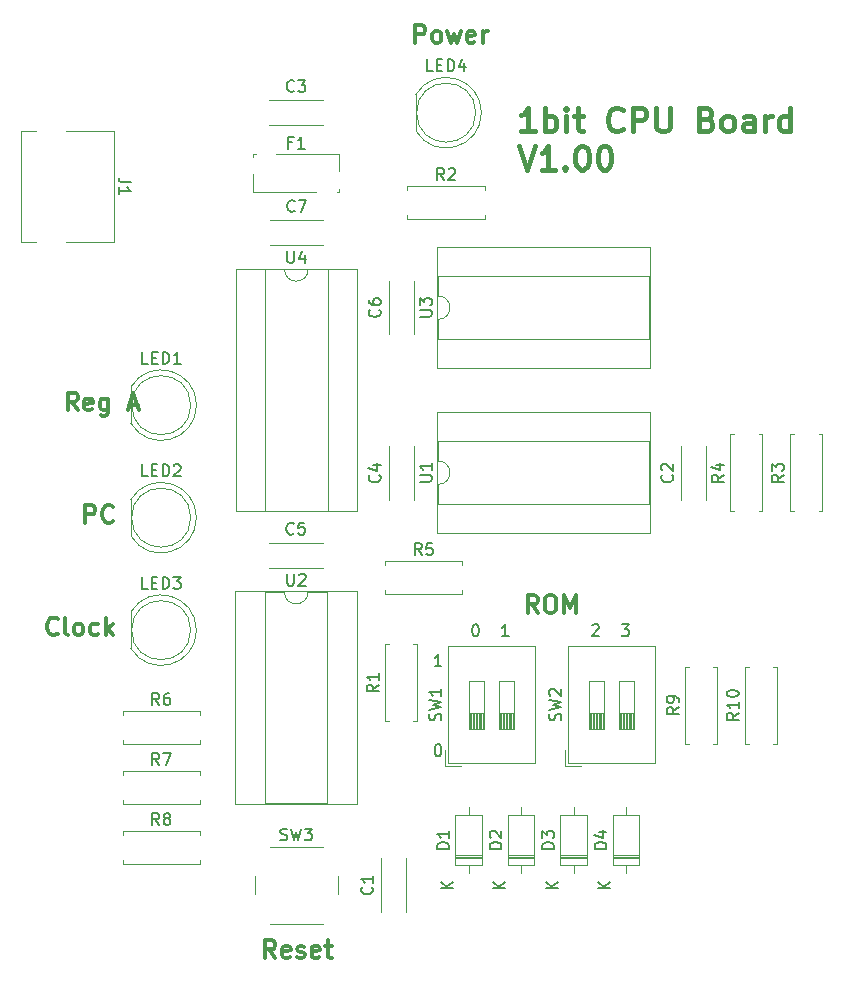
<source format=gto>
G04 #@! TF.GenerationSoftware,KiCad,Pcbnew,8.0.2*
G04 #@! TF.CreationDate,2024-05-09T00:18:21+08:00*
G04 #@! TF.ProjectId,1bit-cpu,31626974-2d63-4707-952e-6b696361645f,rev?*
G04 #@! TF.SameCoordinates,Original*
G04 #@! TF.FileFunction,Legend,Top*
G04 #@! TF.FilePolarity,Positive*
%FSLAX46Y46*%
G04 Gerber Fmt 4.6, Leading zero omitted, Abs format (unit mm)*
G04 Created by KiCad (PCBNEW 8.0.2) date 2024-05-09 00:18:21*
%MOMM*%
%LPD*%
G01*
G04 APERTURE LIST*
%ADD10C,0.150000*%
%ADD11C,0.300000*%
%ADD12C,0.400000*%
%ADD13C,0.120000*%
G04 APERTURE END LIST*
D10*
X140862255Y-123329819D02*
X140957493Y-123329819D01*
X140957493Y-123329819D02*
X141052731Y-123377438D01*
X141052731Y-123377438D02*
X141100350Y-123425057D01*
X141100350Y-123425057D02*
X141147969Y-123520295D01*
X141147969Y-123520295D02*
X141195588Y-123710771D01*
X141195588Y-123710771D02*
X141195588Y-123948866D01*
X141195588Y-123948866D02*
X141147969Y-124139342D01*
X141147969Y-124139342D02*
X141100350Y-124234580D01*
X141100350Y-124234580D02*
X141052731Y-124282200D01*
X141052731Y-124282200D02*
X140957493Y-124329819D01*
X140957493Y-124329819D02*
X140862255Y-124329819D01*
X140862255Y-124329819D02*
X140767017Y-124282200D01*
X140767017Y-124282200D02*
X140719398Y-124234580D01*
X140719398Y-124234580D02*
X140671779Y-124139342D01*
X140671779Y-124139342D02*
X140624160Y-123948866D01*
X140624160Y-123948866D02*
X140624160Y-123710771D01*
X140624160Y-123710771D02*
X140671779Y-123520295D01*
X140671779Y-123520295D02*
X140719398Y-123425057D01*
X140719398Y-123425057D02*
X140767017Y-123377438D01*
X140767017Y-123377438D02*
X140862255Y-123329819D01*
X156451541Y-113169819D02*
X157070588Y-113169819D01*
X157070588Y-113169819D02*
X156737255Y-113550771D01*
X156737255Y-113550771D02*
X156880112Y-113550771D01*
X156880112Y-113550771D02*
X156975350Y-113598390D01*
X156975350Y-113598390D02*
X157022969Y-113646009D01*
X157022969Y-113646009D02*
X157070588Y-113741247D01*
X157070588Y-113741247D02*
X157070588Y-113979342D01*
X157070588Y-113979342D02*
X157022969Y-114074580D01*
X157022969Y-114074580D02*
X156975350Y-114122200D01*
X156975350Y-114122200D02*
X156880112Y-114169819D01*
X156880112Y-114169819D02*
X156594398Y-114169819D01*
X156594398Y-114169819D02*
X156499160Y-114122200D01*
X156499160Y-114122200D02*
X156451541Y-114074580D01*
D11*
X108726653Y-113957971D02*
X108655225Y-114029400D01*
X108655225Y-114029400D02*
X108440939Y-114100828D01*
X108440939Y-114100828D02*
X108298082Y-114100828D01*
X108298082Y-114100828D02*
X108083796Y-114029400D01*
X108083796Y-114029400D02*
X107940939Y-113886542D01*
X107940939Y-113886542D02*
X107869510Y-113743685D01*
X107869510Y-113743685D02*
X107798082Y-113457971D01*
X107798082Y-113457971D02*
X107798082Y-113243685D01*
X107798082Y-113243685D02*
X107869510Y-112957971D01*
X107869510Y-112957971D02*
X107940939Y-112815114D01*
X107940939Y-112815114D02*
X108083796Y-112672257D01*
X108083796Y-112672257D02*
X108298082Y-112600828D01*
X108298082Y-112600828D02*
X108440939Y-112600828D01*
X108440939Y-112600828D02*
X108655225Y-112672257D01*
X108655225Y-112672257D02*
X108726653Y-112743685D01*
X109583796Y-114100828D02*
X109440939Y-114029400D01*
X109440939Y-114029400D02*
X109369510Y-113886542D01*
X109369510Y-113886542D02*
X109369510Y-112600828D01*
X110369510Y-114100828D02*
X110226653Y-114029400D01*
X110226653Y-114029400D02*
X110155224Y-113957971D01*
X110155224Y-113957971D02*
X110083796Y-113815114D01*
X110083796Y-113815114D02*
X110083796Y-113386542D01*
X110083796Y-113386542D02*
X110155224Y-113243685D01*
X110155224Y-113243685D02*
X110226653Y-113172257D01*
X110226653Y-113172257D02*
X110369510Y-113100828D01*
X110369510Y-113100828D02*
X110583796Y-113100828D01*
X110583796Y-113100828D02*
X110726653Y-113172257D01*
X110726653Y-113172257D02*
X110798082Y-113243685D01*
X110798082Y-113243685D02*
X110869510Y-113386542D01*
X110869510Y-113386542D02*
X110869510Y-113815114D01*
X110869510Y-113815114D02*
X110798082Y-113957971D01*
X110798082Y-113957971D02*
X110726653Y-114029400D01*
X110726653Y-114029400D02*
X110583796Y-114100828D01*
X110583796Y-114100828D02*
X110369510Y-114100828D01*
X112155225Y-114029400D02*
X112012367Y-114100828D01*
X112012367Y-114100828D02*
X111726653Y-114100828D01*
X111726653Y-114100828D02*
X111583796Y-114029400D01*
X111583796Y-114029400D02*
X111512367Y-113957971D01*
X111512367Y-113957971D02*
X111440939Y-113815114D01*
X111440939Y-113815114D02*
X111440939Y-113386542D01*
X111440939Y-113386542D02*
X111512367Y-113243685D01*
X111512367Y-113243685D02*
X111583796Y-113172257D01*
X111583796Y-113172257D02*
X111726653Y-113100828D01*
X111726653Y-113100828D02*
X112012367Y-113100828D01*
X112012367Y-113100828D02*
X112155225Y-113172257D01*
X112798081Y-114100828D02*
X112798081Y-112600828D01*
X112940939Y-113529400D02*
X113369510Y-114100828D01*
X113369510Y-113100828D02*
X112798081Y-113672257D01*
X110411653Y-95050828D02*
X109911653Y-94336542D01*
X109554510Y-95050828D02*
X109554510Y-93550828D01*
X109554510Y-93550828D02*
X110125939Y-93550828D01*
X110125939Y-93550828D02*
X110268796Y-93622257D01*
X110268796Y-93622257D02*
X110340225Y-93693685D01*
X110340225Y-93693685D02*
X110411653Y-93836542D01*
X110411653Y-93836542D02*
X110411653Y-94050828D01*
X110411653Y-94050828D02*
X110340225Y-94193685D01*
X110340225Y-94193685D02*
X110268796Y-94265114D01*
X110268796Y-94265114D02*
X110125939Y-94336542D01*
X110125939Y-94336542D02*
X109554510Y-94336542D01*
X111625939Y-94979400D02*
X111483082Y-95050828D01*
X111483082Y-95050828D02*
X111197368Y-95050828D01*
X111197368Y-95050828D02*
X111054510Y-94979400D01*
X111054510Y-94979400D02*
X110983082Y-94836542D01*
X110983082Y-94836542D02*
X110983082Y-94265114D01*
X110983082Y-94265114D02*
X111054510Y-94122257D01*
X111054510Y-94122257D02*
X111197368Y-94050828D01*
X111197368Y-94050828D02*
X111483082Y-94050828D01*
X111483082Y-94050828D02*
X111625939Y-94122257D01*
X111625939Y-94122257D02*
X111697368Y-94265114D01*
X111697368Y-94265114D02*
X111697368Y-94407971D01*
X111697368Y-94407971D02*
X110983082Y-94550828D01*
X112983082Y-94050828D02*
X112983082Y-95265114D01*
X112983082Y-95265114D02*
X112911653Y-95407971D01*
X112911653Y-95407971D02*
X112840224Y-95479400D01*
X112840224Y-95479400D02*
X112697367Y-95550828D01*
X112697367Y-95550828D02*
X112483082Y-95550828D01*
X112483082Y-95550828D02*
X112340224Y-95479400D01*
X112983082Y-94979400D02*
X112840224Y-95050828D01*
X112840224Y-95050828D02*
X112554510Y-95050828D01*
X112554510Y-95050828D02*
X112411653Y-94979400D01*
X112411653Y-94979400D02*
X112340224Y-94907971D01*
X112340224Y-94907971D02*
X112268796Y-94765114D01*
X112268796Y-94765114D02*
X112268796Y-94336542D01*
X112268796Y-94336542D02*
X112340224Y-94193685D01*
X112340224Y-94193685D02*
X112411653Y-94122257D01*
X112411653Y-94122257D02*
X112554510Y-94050828D01*
X112554510Y-94050828D02*
X112840224Y-94050828D01*
X112840224Y-94050828D02*
X112983082Y-94122257D01*
X114768796Y-94622257D02*
X115483082Y-94622257D01*
X114625939Y-95050828D02*
X115125939Y-93550828D01*
X115125939Y-93550828D02*
X115625939Y-95050828D01*
X127141653Y-141405828D02*
X126641653Y-140691542D01*
X126284510Y-141405828D02*
X126284510Y-139905828D01*
X126284510Y-139905828D02*
X126855939Y-139905828D01*
X126855939Y-139905828D02*
X126998796Y-139977257D01*
X126998796Y-139977257D02*
X127070225Y-140048685D01*
X127070225Y-140048685D02*
X127141653Y-140191542D01*
X127141653Y-140191542D02*
X127141653Y-140405828D01*
X127141653Y-140405828D02*
X127070225Y-140548685D01*
X127070225Y-140548685D02*
X126998796Y-140620114D01*
X126998796Y-140620114D02*
X126855939Y-140691542D01*
X126855939Y-140691542D02*
X126284510Y-140691542D01*
X128355939Y-141334400D02*
X128213082Y-141405828D01*
X128213082Y-141405828D02*
X127927368Y-141405828D01*
X127927368Y-141405828D02*
X127784510Y-141334400D01*
X127784510Y-141334400D02*
X127713082Y-141191542D01*
X127713082Y-141191542D02*
X127713082Y-140620114D01*
X127713082Y-140620114D02*
X127784510Y-140477257D01*
X127784510Y-140477257D02*
X127927368Y-140405828D01*
X127927368Y-140405828D02*
X128213082Y-140405828D01*
X128213082Y-140405828D02*
X128355939Y-140477257D01*
X128355939Y-140477257D02*
X128427368Y-140620114D01*
X128427368Y-140620114D02*
X128427368Y-140762971D01*
X128427368Y-140762971D02*
X127713082Y-140905828D01*
X128998796Y-141334400D02*
X129141653Y-141405828D01*
X129141653Y-141405828D02*
X129427367Y-141405828D01*
X129427367Y-141405828D02*
X129570224Y-141334400D01*
X129570224Y-141334400D02*
X129641653Y-141191542D01*
X129641653Y-141191542D02*
X129641653Y-141120114D01*
X129641653Y-141120114D02*
X129570224Y-140977257D01*
X129570224Y-140977257D02*
X129427367Y-140905828D01*
X129427367Y-140905828D02*
X129213082Y-140905828D01*
X129213082Y-140905828D02*
X129070224Y-140834400D01*
X129070224Y-140834400D02*
X128998796Y-140691542D01*
X128998796Y-140691542D02*
X128998796Y-140620114D01*
X128998796Y-140620114D02*
X129070224Y-140477257D01*
X129070224Y-140477257D02*
X129213082Y-140405828D01*
X129213082Y-140405828D02*
X129427367Y-140405828D01*
X129427367Y-140405828D02*
X129570224Y-140477257D01*
X130855939Y-141334400D02*
X130713082Y-141405828D01*
X130713082Y-141405828D02*
X130427368Y-141405828D01*
X130427368Y-141405828D02*
X130284510Y-141334400D01*
X130284510Y-141334400D02*
X130213082Y-141191542D01*
X130213082Y-141191542D02*
X130213082Y-140620114D01*
X130213082Y-140620114D02*
X130284510Y-140477257D01*
X130284510Y-140477257D02*
X130427368Y-140405828D01*
X130427368Y-140405828D02*
X130713082Y-140405828D01*
X130713082Y-140405828D02*
X130855939Y-140477257D01*
X130855939Y-140477257D02*
X130927368Y-140620114D01*
X130927368Y-140620114D02*
X130927368Y-140762971D01*
X130927368Y-140762971D02*
X130213082Y-140905828D01*
X131355939Y-140405828D02*
X131927367Y-140405828D01*
X131570224Y-139905828D02*
X131570224Y-141191542D01*
X131570224Y-141191542D02*
X131641653Y-141334400D01*
X131641653Y-141334400D02*
X131784510Y-141405828D01*
X131784510Y-141405828D02*
X131927367Y-141405828D01*
D10*
X146910588Y-114169819D02*
X146339160Y-114169819D01*
X146624874Y-114169819D02*
X146624874Y-113169819D01*
X146624874Y-113169819D02*
X146529636Y-113312676D01*
X146529636Y-113312676D02*
X146434398Y-113407914D01*
X146434398Y-113407914D02*
X146339160Y-113455533D01*
D11*
X149366653Y-112195828D02*
X148866653Y-111481542D01*
X148509510Y-112195828D02*
X148509510Y-110695828D01*
X148509510Y-110695828D02*
X149080939Y-110695828D01*
X149080939Y-110695828D02*
X149223796Y-110767257D01*
X149223796Y-110767257D02*
X149295225Y-110838685D01*
X149295225Y-110838685D02*
X149366653Y-110981542D01*
X149366653Y-110981542D02*
X149366653Y-111195828D01*
X149366653Y-111195828D02*
X149295225Y-111338685D01*
X149295225Y-111338685D02*
X149223796Y-111410114D01*
X149223796Y-111410114D02*
X149080939Y-111481542D01*
X149080939Y-111481542D02*
X148509510Y-111481542D01*
X150295225Y-110695828D02*
X150580939Y-110695828D01*
X150580939Y-110695828D02*
X150723796Y-110767257D01*
X150723796Y-110767257D02*
X150866653Y-110910114D01*
X150866653Y-110910114D02*
X150938082Y-111195828D01*
X150938082Y-111195828D02*
X150938082Y-111695828D01*
X150938082Y-111695828D02*
X150866653Y-111981542D01*
X150866653Y-111981542D02*
X150723796Y-112124400D01*
X150723796Y-112124400D02*
X150580939Y-112195828D01*
X150580939Y-112195828D02*
X150295225Y-112195828D01*
X150295225Y-112195828D02*
X150152368Y-112124400D01*
X150152368Y-112124400D02*
X150009510Y-111981542D01*
X150009510Y-111981542D02*
X149938082Y-111695828D01*
X149938082Y-111695828D02*
X149938082Y-111195828D01*
X149938082Y-111195828D02*
X150009510Y-110910114D01*
X150009510Y-110910114D02*
X150152368Y-110767257D01*
X150152368Y-110767257D02*
X150295225Y-110695828D01*
X151580939Y-112195828D02*
X151580939Y-110695828D01*
X151580939Y-110695828D02*
X152080939Y-111767257D01*
X152080939Y-111767257D02*
X152580939Y-110695828D01*
X152580939Y-110695828D02*
X152580939Y-112195828D01*
D10*
X141195588Y-116709819D02*
X140624160Y-116709819D01*
X140909874Y-116709819D02*
X140909874Y-115709819D01*
X140909874Y-115709819D02*
X140814636Y-115852676D01*
X140814636Y-115852676D02*
X140719398Y-115947914D01*
X140719398Y-115947914D02*
X140624160Y-115995533D01*
D12*
X149106966Y-71444550D02*
X147964109Y-71444550D01*
X148535537Y-71444550D02*
X148535537Y-69444550D01*
X148535537Y-69444550D02*
X148345061Y-69730264D01*
X148345061Y-69730264D02*
X148154585Y-69920740D01*
X148154585Y-69920740D02*
X147964109Y-70015978D01*
X149964109Y-71444550D02*
X149964109Y-69444550D01*
X149964109Y-70206454D02*
X150154585Y-70111216D01*
X150154585Y-70111216D02*
X150535538Y-70111216D01*
X150535538Y-70111216D02*
X150726014Y-70206454D01*
X150726014Y-70206454D02*
X150821252Y-70301692D01*
X150821252Y-70301692D02*
X150916490Y-70492169D01*
X150916490Y-70492169D02*
X150916490Y-71063597D01*
X150916490Y-71063597D02*
X150821252Y-71254073D01*
X150821252Y-71254073D02*
X150726014Y-71349312D01*
X150726014Y-71349312D02*
X150535538Y-71444550D01*
X150535538Y-71444550D02*
X150154585Y-71444550D01*
X150154585Y-71444550D02*
X149964109Y-71349312D01*
X151773633Y-71444550D02*
X151773633Y-70111216D01*
X151773633Y-69444550D02*
X151678395Y-69539788D01*
X151678395Y-69539788D02*
X151773633Y-69635026D01*
X151773633Y-69635026D02*
X151868871Y-69539788D01*
X151868871Y-69539788D02*
X151773633Y-69444550D01*
X151773633Y-69444550D02*
X151773633Y-69635026D01*
X152440300Y-70111216D02*
X153202204Y-70111216D01*
X152726014Y-69444550D02*
X152726014Y-71158835D01*
X152726014Y-71158835D02*
X152821252Y-71349312D01*
X152821252Y-71349312D02*
X153011728Y-71444550D01*
X153011728Y-71444550D02*
X153202204Y-71444550D01*
X156535538Y-71254073D02*
X156440300Y-71349312D01*
X156440300Y-71349312D02*
X156154586Y-71444550D01*
X156154586Y-71444550D02*
X155964110Y-71444550D01*
X155964110Y-71444550D02*
X155678395Y-71349312D01*
X155678395Y-71349312D02*
X155487919Y-71158835D01*
X155487919Y-71158835D02*
X155392681Y-70968359D01*
X155392681Y-70968359D02*
X155297443Y-70587407D01*
X155297443Y-70587407D02*
X155297443Y-70301692D01*
X155297443Y-70301692D02*
X155392681Y-69920740D01*
X155392681Y-69920740D02*
X155487919Y-69730264D01*
X155487919Y-69730264D02*
X155678395Y-69539788D01*
X155678395Y-69539788D02*
X155964110Y-69444550D01*
X155964110Y-69444550D02*
X156154586Y-69444550D01*
X156154586Y-69444550D02*
X156440300Y-69539788D01*
X156440300Y-69539788D02*
X156535538Y-69635026D01*
X157392681Y-71444550D02*
X157392681Y-69444550D01*
X157392681Y-69444550D02*
X158154586Y-69444550D01*
X158154586Y-69444550D02*
X158345062Y-69539788D01*
X158345062Y-69539788D02*
X158440300Y-69635026D01*
X158440300Y-69635026D02*
X158535538Y-69825502D01*
X158535538Y-69825502D02*
X158535538Y-70111216D01*
X158535538Y-70111216D02*
X158440300Y-70301692D01*
X158440300Y-70301692D02*
X158345062Y-70396931D01*
X158345062Y-70396931D02*
X158154586Y-70492169D01*
X158154586Y-70492169D02*
X157392681Y-70492169D01*
X159392681Y-69444550D02*
X159392681Y-71063597D01*
X159392681Y-71063597D02*
X159487919Y-71254073D01*
X159487919Y-71254073D02*
X159583157Y-71349312D01*
X159583157Y-71349312D02*
X159773633Y-71444550D01*
X159773633Y-71444550D02*
X160154586Y-71444550D01*
X160154586Y-71444550D02*
X160345062Y-71349312D01*
X160345062Y-71349312D02*
X160440300Y-71254073D01*
X160440300Y-71254073D02*
X160535538Y-71063597D01*
X160535538Y-71063597D02*
X160535538Y-69444550D01*
X163678396Y-70396931D02*
X163964110Y-70492169D01*
X163964110Y-70492169D02*
X164059348Y-70587407D01*
X164059348Y-70587407D02*
X164154586Y-70777883D01*
X164154586Y-70777883D02*
X164154586Y-71063597D01*
X164154586Y-71063597D02*
X164059348Y-71254073D01*
X164059348Y-71254073D02*
X163964110Y-71349312D01*
X163964110Y-71349312D02*
X163773634Y-71444550D01*
X163773634Y-71444550D02*
X163011729Y-71444550D01*
X163011729Y-71444550D02*
X163011729Y-69444550D01*
X163011729Y-69444550D02*
X163678396Y-69444550D01*
X163678396Y-69444550D02*
X163868872Y-69539788D01*
X163868872Y-69539788D02*
X163964110Y-69635026D01*
X163964110Y-69635026D02*
X164059348Y-69825502D01*
X164059348Y-69825502D02*
X164059348Y-70015978D01*
X164059348Y-70015978D02*
X163964110Y-70206454D01*
X163964110Y-70206454D02*
X163868872Y-70301692D01*
X163868872Y-70301692D02*
X163678396Y-70396931D01*
X163678396Y-70396931D02*
X163011729Y-70396931D01*
X165297443Y-71444550D02*
X165106967Y-71349312D01*
X165106967Y-71349312D02*
X165011729Y-71254073D01*
X165011729Y-71254073D02*
X164916491Y-71063597D01*
X164916491Y-71063597D02*
X164916491Y-70492169D01*
X164916491Y-70492169D02*
X165011729Y-70301692D01*
X165011729Y-70301692D02*
X165106967Y-70206454D01*
X165106967Y-70206454D02*
X165297443Y-70111216D01*
X165297443Y-70111216D02*
X165583158Y-70111216D01*
X165583158Y-70111216D02*
X165773634Y-70206454D01*
X165773634Y-70206454D02*
X165868872Y-70301692D01*
X165868872Y-70301692D02*
X165964110Y-70492169D01*
X165964110Y-70492169D02*
X165964110Y-71063597D01*
X165964110Y-71063597D02*
X165868872Y-71254073D01*
X165868872Y-71254073D02*
X165773634Y-71349312D01*
X165773634Y-71349312D02*
X165583158Y-71444550D01*
X165583158Y-71444550D02*
X165297443Y-71444550D01*
X167678396Y-71444550D02*
X167678396Y-70396931D01*
X167678396Y-70396931D02*
X167583158Y-70206454D01*
X167583158Y-70206454D02*
X167392682Y-70111216D01*
X167392682Y-70111216D02*
X167011729Y-70111216D01*
X167011729Y-70111216D02*
X166821253Y-70206454D01*
X167678396Y-71349312D02*
X167487920Y-71444550D01*
X167487920Y-71444550D02*
X167011729Y-71444550D01*
X167011729Y-71444550D02*
X166821253Y-71349312D01*
X166821253Y-71349312D02*
X166726015Y-71158835D01*
X166726015Y-71158835D02*
X166726015Y-70968359D01*
X166726015Y-70968359D02*
X166821253Y-70777883D01*
X166821253Y-70777883D02*
X167011729Y-70682645D01*
X167011729Y-70682645D02*
X167487920Y-70682645D01*
X167487920Y-70682645D02*
X167678396Y-70587407D01*
X168630777Y-71444550D02*
X168630777Y-70111216D01*
X168630777Y-70492169D02*
X168726015Y-70301692D01*
X168726015Y-70301692D02*
X168821253Y-70206454D01*
X168821253Y-70206454D02*
X169011729Y-70111216D01*
X169011729Y-70111216D02*
X169202206Y-70111216D01*
X170726015Y-71444550D02*
X170726015Y-69444550D01*
X170726015Y-71349312D02*
X170535539Y-71444550D01*
X170535539Y-71444550D02*
X170154586Y-71444550D01*
X170154586Y-71444550D02*
X169964110Y-71349312D01*
X169964110Y-71349312D02*
X169868872Y-71254073D01*
X169868872Y-71254073D02*
X169773634Y-71063597D01*
X169773634Y-71063597D02*
X169773634Y-70492169D01*
X169773634Y-70492169D02*
X169868872Y-70301692D01*
X169868872Y-70301692D02*
X169964110Y-70206454D01*
X169964110Y-70206454D02*
X170154586Y-70111216D01*
X170154586Y-70111216D02*
X170535539Y-70111216D01*
X170535539Y-70111216D02*
X170726015Y-70206454D01*
X147773633Y-72664438D02*
X148440299Y-74664438D01*
X148440299Y-74664438D02*
X149106966Y-72664438D01*
X150821252Y-74664438D02*
X149678395Y-74664438D01*
X150249823Y-74664438D02*
X150249823Y-72664438D01*
X150249823Y-72664438D02*
X150059347Y-72950152D01*
X150059347Y-72950152D02*
X149868871Y-73140628D01*
X149868871Y-73140628D02*
X149678395Y-73235866D01*
X151678395Y-74473961D02*
X151773633Y-74569200D01*
X151773633Y-74569200D02*
X151678395Y-74664438D01*
X151678395Y-74664438D02*
X151583157Y-74569200D01*
X151583157Y-74569200D02*
X151678395Y-74473961D01*
X151678395Y-74473961D02*
X151678395Y-74664438D01*
X153011728Y-72664438D02*
X153202205Y-72664438D01*
X153202205Y-72664438D02*
X153392681Y-72759676D01*
X153392681Y-72759676D02*
X153487919Y-72854914D01*
X153487919Y-72854914D02*
X153583157Y-73045390D01*
X153583157Y-73045390D02*
X153678395Y-73426342D01*
X153678395Y-73426342D02*
X153678395Y-73902533D01*
X153678395Y-73902533D02*
X153583157Y-74283485D01*
X153583157Y-74283485D02*
X153487919Y-74473961D01*
X153487919Y-74473961D02*
X153392681Y-74569200D01*
X153392681Y-74569200D02*
X153202205Y-74664438D01*
X153202205Y-74664438D02*
X153011728Y-74664438D01*
X153011728Y-74664438D02*
X152821252Y-74569200D01*
X152821252Y-74569200D02*
X152726014Y-74473961D01*
X152726014Y-74473961D02*
X152630776Y-74283485D01*
X152630776Y-74283485D02*
X152535538Y-73902533D01*
X152535538Y-73902533D02*
X152535538Y-73426342D01*
X152535538Y-73426342D02*
X152630776Y-73045390D01*
X152630776Y-73045390D02*
X152726014Y-72854914D01*
X152726014Y-72854914D02*
X152821252Y-72759676D01*
X152821252Y-72759676D02*
X153011728Y-72664438D01*
X154916490Y-72664438D02*
X155106967Y-72664438D01*
X155106967Y-72664438D02*
X155297443Y-72759676D01*
X155297443Y-72759676D02*
X155392681Y-72854914D01*
X155392681Y-72854914D02*
X155487919Y-73045390D01*
X155487919Y-73045390D02*
X155583157Y-73426342D01*
X155583157Y-73426342D02*
X155583157Y-73902533D01*
X155583157Y-73902533D02*
X155487919Y-74283485D01*
X155487919Y-74283485D02*
X155392681Y-74473961D01*
X155392681Y-74473961D02*
X155297443Y-74569200D01*
X155297443Y-74569200D02*
X155106967Y-74664438D01*
X155106967Y-74664438D02*
X154916490Y-74664438D01*
X154916490Y-74664438D02*
X154726014Y-74569200D01*
X154726014Y-74569200D02*
X154630776Y-74473961D01*
X154630776Y-74473961D02*
X154535538Y-74283485D01*
X154535538Y-74283485D02*
X154440300Y-73902533D01*
X154440300Y-73902533D02*
X154440300Y-73426342D01*
X154440300Y-73426342D02*
X154535538Y-73045390D01*
X154535538Y-73045390D02*
X154630776Y-72854914D01*
X154630776Y-72854914D02*
X154726014Y-72759676D01*
X154726014Y-72759676D02*
X154916490Y-72664438D01*
D11*
X138984510Y-63935828D02*
X138984510Y-62435828D01*
X138984510Y-62435828D02*
X139555939Y-62435828D01*
X139555939Y-62435828D02*
X139698796Y-62507257D01*
X139698796Y-62507257D02*
X139770225Y-62578685D01*
X139770225Y-62578685D02*
X139841653Y-62721542D01*
X139841653Y-62721542D02*
X139841653Y-62935828D01*
X139841653Y-62935828D02*
X139770225Y-63078685D01*
X139770225Y-63078685D02*
X139698796Y-63150114D01*
X139698796Y-63150114D02*
X139555939Y-63221542D01*
X139555939Y-63221542D02*
X138984510Y-63221542D01*
X140698796Y-63935828D02*
X140555939Y-63864400D01*
X140555939Y-63864400D02*
X140484510Y-63792971D01*
X140484510Y-63792971D02*
X140413082Y-63650114D01*
X140413082Y-63650114D02*
X140413082Y-63221542D01*
X140413082Y-63221542D02*
X140484510Y-63078685D01*
X140484510Y-63078685D02*
X140555939Y-63007257D01*
X140555939Y-63007257D02*
X140698796Y-62935828D01*
X140698796Y-62935828D02*
X140913082Y-62935828D01*
X140913082Y-62935828D02*
X141055939Y-63007257D01*
X141055939Y-63007257D02*
X141127368Y-63078685D01*
X141127368Y-63078685D02*
X141198796Y-63221542D01*
X141198796Y-63221542D02*
X141198796Y-63650114D01*
X141198796Y-63650114D02*
X141127368Y-63792971D01*
X141127368Y-63792971D02*
X141055939Y-63864400D01*
X141055939Y-63864400D02*
X140913082Y-63935828D01*
X140913082Y-63935828D02*
X140698796Y-63935828D01*
X141698796Y-62935828D02*
X141984511Y-63935828D01*
X141984511Y-63935828D02*
X142270225Y-63221542D01*
X142270225Y-63221542D02*
X142555939Y-63935828D01*
X142555939Y-63935828D02*
X142841653Y-62935828D01*
X143984511Y-63864400D02*
X143841654Y-63935828D01*
X143841654Y-63935828D02*
X143555940Y-63935828D01*
X143555940Y-63935828D02*
X143413082Y-63864400D01*
X143413082Y-63864400D02*
X143341654Y-63721542D01*
X143341654Y-63721542D02*
X143341654Y-63150114D01*
X143341654Y-63150114D02*
X143413082Y-63007257D01*
X143413082Y-63007257D02*
X143555940Y-62935828D01*
X143555940Y-62935828D02*
X143841654Y-62935828D01*
X143841654Y-62935828D02*
X143984511Y-63007257D01*
X143984511Y-63007257D02*
X144055940Y-63150114D01*
X144055940Y-63150114D02*
X144055940Y-63292971D01*
X144055940Y-63292971D02*
X143341654Y-63435828D01*
X144698796Y-63935828D02*
X144698796Y-62935828D01*
X144698796Y-63221542D02*
X144770225Y-63078685D01*
X144770225Y-63078685D02*
X144841654Y-63007257D01*
X144841654Y-63007257D02*
X144984511Y-62935828D01*
X144984511Y-62935828D02*
X145127368Y-62935828D01*
D10*
X153959160Y-113265057D02*
X154006779Y-113217438D01*
X154006779Y-113217438D02*
X154102017Y-113169819D01*
X154102017Y-113169819D02*
X154340112Y-113169819D01*
X154340112Y-113169819D02*
X154435350Y-113217438D01*
X154435350Y-113217438D02*
X154482969Y-113265057D01*
X154482969Y-113265057D02*
X154530588Y-113360295D01*
X154530588Y-113360295D02*
X154530588Y-113455533D01*
X154530588Y-113455533D02*
X154482969Y-113598390D01*
X154482969Y-113598390D02*
X153911541Y-114169819D01*
X153911541Y-114169819D02*
X154530588Y-114169819D01*
X144037255Y-113169819D02*
X144132493Y-113169819D01*
X144132493Y-113169819D02*
X144227731Y-113217438D01*
X144227731Y-113217438D02*
X144275350Y-113265057D01*
X144275350Y-113265057D02*
X144322969Y-113360295D01*
X144322969Y-113360295D02*
X144370588Y-113550771D01*
X144370588Y-113550771D02*
X144370588Y-113788866D01*
X144370588Y-113788866D02*
X144322969Y-113979342D01*
X144322969Y-113979342D02*
X144275350Y-114074580D01*
X144275350Y-114074580D02*
X144227731Y-114122200D01*
X144227731Y-114122200D02*
X144132493Y-114169819D01*
X144132493Y-114169819D02*
X144037255Y-114169819D01*
X144037255Y-114169819D02*
X143942017Y-114122200D01*
X143942017Y-114122200D02*
X143894398Y-114074580D01*
X143894398Y-114074580D02*
X143846779Y-113979342D01*
X143846779Y-113979342D02*
X143799160Y-113788866D01*
X143799160Y-113788866D02*
X143799160Y-113550771D01*
X143799160Y-113550771D02*
X143846779Y-113360295D01*
X143846779Y-113360295D02*
X143894398Y-113265057D01*
X143894398Y-113265057D02*
X143942017Y-113217438D01*
X143942017Y-113217438D02*
X144037255Y-113169819D01*
D11*
X111044510Y-104575828D02*
X111044510Y-103075828D01*
X111044510Y-103075828D02*
X111615939Y-103075828D01*
X111615939Y-103075828D02*
X111758796Y-103147257D01*
X111758796Y-103147257D02*
X111830225Y-103218685D01*
X111830225Y-103218685D02*
X111901653Y-103361542D01*
X111901653Y-103361542D02*
X111901653Y-103575828D01*
X111901653Y-103575828D02*
X111830225Y-103718685D01*
X111830225Y-103718685D02*
X111758796Y-103790114D01*
X111758796Y-103790114D02*
X111615939Y-103861542D01*
X111615939Y-103861542D02*
X111044510Y-103861542D01*
X113401653Y-104432971D02*
X113330225Y-104504400D01*
X113330225Y-104504400D02*
X113115939Y-104575828D01*
X113115939Y-104575828D02*
X112973082Y-104575828D01*
X112973082Y-104575828D02*
X112758796Y-104504400D01*
X112758796Y-104504400D02*
X112615939Y-104361542D01*
X112615939Y-104361542D02*
X112544510Y-104218685D01*
X112544510Y-104218685D02*
X112473082Y-103932971D01*
X112473082Y-103932971D02*
X112473082Y-103718685D01*
X112473082Y-103718685D02*
X112544510Y-103432971D01*
X112544510Y-103432971D02*
X112615939Y-103290114D01*
X112615939Y-103290114D02*
X112758796Y-103147257D01*
X112758796Y-103147257D02*
X112973082Y-103075828D01*
X112973082Y-103075828D02*
X113115939Y-103075828D01*
X113115939Y-103075828D02*
X113330225Y-103147257D01*
X113330225Y-103147257D02*
X113401653Y-103218685D01*
D10*
X139364819Y-101091904D02*
X140174342Y-101091904D01*
X140174342Y-101091904D02*
X140269580Y-101044285D01*
X140269580Y-101044285D02*
X140317200Y-100996666D01*
X140317200Y-100996666D02*
X140364819Y-100901428D01*
X140364819Y-100901428D02*
X140364819Y-100710952D01*
X140364819Y-100710952D02*
X140317200Y-100615714D01*
X140317200Y-100615714D02*
X140269580Y-100568095D01*
X140269580Y-100568095D02*
X140174342Y-100520476D01*
X140174342Y-100520476D02*
X139364819Y-100520476D01*
X140364819Y-99520476D02*
X140364819Y-100091904D01*
X140364819Y-99806190D02*
X139364819Y-99806190D01*
X139364819Y-99806190D02*
X139507676Y-99901428D01*
X139507676Y-99901428D02*
X139602914Y-99996666D01*
X139602914Y-99996666D02*
X139650533Y-100091904D01*
X116350952Y-110159819D02*
X115874762Y-110159819D01*
X115874762Y-110159819D02*
X115874762Y-109159819D01*
X116684286Y-109636009D02*
X117017619Y-109636009D01*
X117160476Y-110159819D02*
X116684286Y-110159819D01*
X116684286Y-110159819D02*
X116684286Y-109159819D01*
X116684286Y-109159819D02*
X117160476Y-109159819D01*
X117589048Y-110159819D02*
X117589048Y-109159819D01*
X117589048Y-109159819D02*
X117827143Y-109159819D01*
X117827143Y-109159819D02*
X117970000Y-109207438D01*
X117970000Y-109207438D02*
X118065238Y-109302676D01*
X118065238Y-109302676D02*
X118112857Y-109397914D01*
X118112857Y-109397914D02*
X118160476Y-109588390D01*
X118160476Y-109588390D02*
X118160476Y-109731247D01*
X118160476Y-109731247D02*
X118112857Y-109921723D01*
X118112857Y-109921723D02*
X118065238Y-110016961D01*
X118065238Y-110016961D02*
X117970000Y-110112200D01*
X117970000Y-110112200D02*
X117827143Y-110159819D01*
X117827143Y-110159819D02*
X117589048Y-110159819D01*
X118493810Y-109159819D02*
X119112857Y-109159819D01*
X119112857Y-109159819D02*
X118779524Y-109540771D01*
X118779524Y-109540771D02*
X118922381Y-109540771D01*
X118922381Y-109540771D02*
X119017619Y-109588390D01*
X119017619Y-109588390D02*
X119065238Y-109636009D01*
X119065238Y-109636009D02*
X119112857Y-109731247D01*
X119112857Y-109731247D02*
X119112857Y-109969342D01*
X119112857Y-109969342D02*
X119065238Y-110064580D01*
X119065238Y-110064580D02*
X119017619Y-110112200D01*
X119017619Y-110112200D02*
X118922381Y-110159819D01*
X118922381Y-110159819D02*
X118636667Y-110159819D01*
X118636667Y-110159819D02*
X118541429Y-110112200D01*
X118541429Y-110112200D02*
X118493810Y-110064580D01*
X165094819Y-100506666D02*
X164618628Y-100839999D01*
X165094819Y-101078094D02*
X164094819Y-101078094D01*
X164094819Y-101078094D02*
X164094819Y-100697142D01*
X164094819Y-100697142D02*
X164142438Y-100601904D01*
X164142438Y-100601904D02*
X164190057Y-100554285D01*
X164190057Y-100554285D02*
X164285295Y-100506666D01*
X164285295Y-100506666D02*
X164428152Y-100506666D01*
X164428152Y-100506666D02*
X164523390Y-100554285D01*
X164523390Y-100554285D02*
X164571009Y-100601904D01*
X164571009Y-100601904D02*
X164618628Y-100697142D01*
X164618628Y-100697142D02*
X164618628Y-101078094D01*
X164428152Y-99649523D02*
X165094819Y-99649523D01*
X164047200Y-99887618D02*
X164761485Y-100125713D01*
X164761485Y-100125713D02*
X164761485Y-99506666D01*
X128778333Y-78169580D02*
X128730714Y-78217200D01*
X128730714Y-78217200D02*
X128587857Y-78264819D01*
X128587857Y-78264819D02*
X128492619Y-78264819D01*
X128492619Y-78264819D02*
X128349762Y-78217200D01*
X128349762Y-78217200D02*
X128254524Y-78121961D01*
X128254524Y-78121961D02*
X128206905Y-78026723D01*
X128206905Y-78026723D02*
X128159286Y-77836247D01*
X128159286Y-77836247D02*
X128159286Y-77693390D01*
X128159286Y-77693390D02*
X128206905Y-77502914D01*
X128206905Y-77502914D02*
X128254524Y-77407676D01*
X128254524Y-77407676D02*
X128349762Y-77312438D01*
X128349762Y-77312438D02*
X128492619Y-77264819D01*
X128492619Y-77264819D02*
X128587857Y-77264819D01*
X128587857Y-77264819D02*
X128730714Y-77312438D01*
X128730714Y-77312438D02*
X128778333Y-77360057D01*
X129111667Y-77264819D02*
X129778333Y-77264819D01*
X129778333Y-77264819D02*
X129349762Y-78264819D01*
X150734819Y-132183094D02*
X149734819Y-132183094D01*
X149734819Y-132183094D02*
X149734819Y-131944999D01*
X149734819Y-131944999D02*
X149782438Y-131802142D01*
X149782438Y-131802142D02*
X149877676Y-131706904D01*
X149877676Y-131706904D02*
X149972914Y-131659285D01*
X149972914Y-131659285D02*
X150163390Y-131611666D01*
X150163390Y-131611666D02*
X150306247Y-131611666D01*
X150306247Y-131611666D02*
X150496723Y-131659285D01*
X150496723Y-131659285D02*
X150591961Y-131706904D01*
X150591961Y-131706904D02*
X150687200Y-131802142D01*
X150687200Y-131802142D02*
X150734819Y-131944999D01*
X150734819Y-131944999D02*
X150734819Y-132183094D01*
X149734819Y-131278332D02*
X149734819Y-130659285D01*
X149734819Y-130659285D02*
X150115771Y-130992618D01*
X150115771Y-130992618D02*
X150115771Y-130849761D01*
X150115771Y-130849761D02*
X150163390Y-130754523D01*
X150163390Y-130754523D02*
X150211009Y-130706904D01*
X150211009Y-130706904D02*
X150306247Y-130659285D01*
X150306247Y-130659285D02*
X150544342Y-130659285D01*
X150544342Y-130659285D02*
X150639580Y-130706904D01*
X150639580Y-130706904D02*
X150687200Y-130754523D01*
X150687200Y-130754523D02*
X150734819Y-130849761D01*
X150734819Y-130849761D02*
X150734819Y-131135475D01*
X150734819Y-131135475D02*
X150687200Y-131230713D01*
X150687200Y-131230713D02*
X150639580Y-131278332D01*
X151054819Y-135516904D02*
X150054819Y-135516904D01*
X151054819Y-134945476D02*
X150483390Y-135374047D01*
X150054819Y-134945476D02*
X150626247Y-135516904D01*
X140480952Y-66344819D02*
X140004762Y-66344819D01*
X140004762Y-66344819D02*
X140004762Y-65344819D01*
X140814286Y-65821009D02*
X141147619Y-65821009D01*
X141290476Y-66344819D02*
X140814286Y-66344819D01*
X140814286Y-66344819D02*
X140814286Y-65344819D01*
X140814286Y-65344819D02*
X141290476Y-65344819D01*
X141719048Y-66344819D02*
X141719048Y-65344819D01*
X141719048Y-65344819D02*
X141957143Y-65344819D01*
X141957143Y-65344819D02*
X142100000Y-65392438D01*
X142100000Y-65392438D02*
X142195238Y-65487676D01*
X142195238Y-65487676D02*
X142242857Y-65582914D01*
X142242857Y-65582914D02*
X142290476Y-65773390D01*
X142290476Y-65773390D02*
X142290476Y-65916247D01*
X142290476Y-65916247D02*
X142242857Y-66106723D01*
X142242857Y-66106723D02*
X142195238Y-66201961D01*
X142195238Y-66201961D02*
X142100000Y-66297200D01*
X142100000Y-66297200D02*
X141957143Y-66344819D01*
X141957143Y-66344819D02*
X141719048Y-66344819D01*
X143147619Y-65678152D02*
X143147619Y-66344819D01*
X142909524Y-65297200D02*
X142671429Y-66011485D01*
X142671429Y-66011485D02*
X143290476Y-66011485D01*
X128698333Y-105474580D02*
X128650714Y-105522200D01*
X128650714Y-105522200D02*
X128507857Y-105569819D01*
X128507857Y-105569819D02*
X128412619Y-105569819D01*
X128412619Y-105569819D02*
X128269762Y-105522200D01*
X128269762Y-105522200D02*
X128174524Y-105426961D01*
X128174524Y-105426961D02*
X128126905Y-105331723D01*
X128126905Y-105331723D02*
X128079286Y-105141247D01*
X128079286Y-105141247D02*
X128079286Y-104998390D01*
X128079286Y-104998390D02*
X128126905Y-104807914D01*
X128126905Y-104807914D02*
X128174524Y-104712676D01*
X128174524Y-104712676D02*
X128269762Y-104617438D01*
X128269762Y-104617438D02*
X128412619Y-104569819D01*
X128412619Y-104569819D02*
X128507857Y-104569819D01*
X128507857Y-104569819D02*
X128650714Y-104617438D01*
X128650714Y-104617438D02*
X128698333Y-104665057D01*
X129603095Y-104569819D02*
X129126905Y-104569819D01*
X129126905Y-104569819D02*
X129079286Y-105046009D01*
X129079286Y-105046009D02*
X129126905Y-104998390D01*
X129126905Y-104998390D02*
X129222143Y-104950771D01*
X129222143Y-104950771D02*
X129460238Y-104950771D01*
X129460238Y-104950771D02*
X129555476Y-104998390D01*
X129555476Y-104998390D02*
X129603095Y-105046009D01*
X129603095Y-105046009D02*
X129650714Y-105141247D01*
X129650714Y-105141247D02*
X129650714Y-105379342D01*
X129650714Y-105379342D02*
X129603095Y-105474580D01*
X129603095Y-105474580D02*
X129555476Y-105522200D01*
X129555476Y-105522200D02*
X129460238Y-105569819D01*
X129460238Y-105569819D02*
X129222143Y-105569819D01*
X129222143Y-105569819D02*
X129126905Y-105522200D01*
X129126905Y-105522200D02*
X129079286Y-105474580D01*
X170174819Y-100506666D02*
X169698628Y-100839999D01*
X170174819Y-101078094D02*
X169174819Y-101078094D01*
X169174819Y-101078094D02*
X169174819Y-100697142D01*
X169174819Y-100697142D02*
X169222438Y-100601904D01*
X169222438Y-100601904D02*
X169270057Y-100554285D01*
X169270057Y-100554285D02*
X169365295Y-100506666D01*
X169365295Y-100506666D02*
X169508152Y-100506666D01*
X169508152Y-100506666D02*
X169603390Y-100554285D01*
X169603390Y-100554285D02*
X169651009Y-100601904D01*
X169651009Y-100601904D02*
X169698628Y-100697142D01*
X169698628Y-100697142D02*
X169698628Y-101078094D01*
X169174819Y-100173332D02*
X169174819Y-99554285D01*
X169174819Y-99554285D02*
X169555771Y-99887618D01*
X169555771Y-99887618D02*
X169555771Y-99744761D01*
X169555771Y-99744761D02*
X169603390Y-99649523D01*
X169603390Y-99649523D02*
X169651009Y-99601904D01*
X169651009Y-99601904D02*
X169746247Y-99554285D01*
X169746247Y-99554285D02*
X169984342Y-99554285D01*
X169984342Y-99554285D02*
X170079580Y-99601904D01*
X170079580Y-99601904D02*
X170127200Y-99649523D01*
X170127200Y-99649523D02*
X170174819Y-99744761D01*
X170174819Y-99744761D02*
X170174819Y-100030475D01*
X170174819Y-100030475D02*
X170127200Y-100125713D01*
X170127200Y-100125713D02*
X170079580Y-100173332D01*
X155179819Y-132183094D02*
X154179819Y-132183094D01*
X154179819Y-132183094D02*
X154179819Y-131944999D01*
X154179819Y-131944999D02*
X154227438Y-131802142D01*
X154227438Y-131802142D02*
X154322676Y-131706904D01*
X154322676Y-131706904D02*
X154417914Y-131659285D01*
X154417914Y-131659285D02*
X154608390Y-131611666D01*
X154608390Y-131611666D02*
X154751247Y-131611666D01*
X154751247Y-131611666D02*
X154941723Y-131659285D01*
X154941723Y-131659285D02*
X155036961Y-131706904D01*
X155036961Y-131706904D02*
X155132200Y-131802142D01*
X155132200Y-131802142D02*
X155179819Y-131944999D01*
X155179819Y-131944999D02*
X155179819Y-132183094D01*
X154513152Y-130754523D02*
X155179819Y-130754523D01*
X154132200Y-130992618D02*
X154846485Y-131230713D01*
X154846485Y-131230713D02*
X154846485Y-130611666D01*
X155499819Y-135516904D02*
X154499819Y-135516904D01*
X155499819Y-134945476D02*
X154928390Y-135374047D01*
X154499819Y-134945476D02*
X155071247Y-135516904D01*
X116355952Y-91109819D02*
X115879762Y-91109819D01*
X115879762Y-91109819D02*
X115879762Y-90109819D01*
X116689286Y-90586009D02*
X117022619Y-90586009D01*
X117165476Y-91109819D02*
X116689286Y-91109819D01*
X116689286Y-91109819D02*
X116689286Y-90109819D01*
X116689286Y-90109819D02*
X117165476Y-90109819D01*
X117594048Y-91109819D02*
X117594048Y-90109819D01*
X117594048Y-90109819D02*
X117832143Y-90109819D01*
X117832143Y-90109819D02*
X117975000Y-90157438D01*
X117975000Y-90157438D02*
X118070238Y-90252676D01*
X118070238Y-90252676D02*
X118117857Y-90347914D01*
X118117857Y-90347914D02*
X118165476Y-90538390D01*
X118165476Y-90538390D02*
X118165476Y-90681247D01*
X118165476Y-90681247D02*
X118117857Y-90871723D01*
X118117857Y-90871723D02*
X118070238Y-90966961D01*
X118070238Y-90966961D02*
X117975000Y-91062200D01*
X117975000Y-91062200D02*
X117832143Y-91109819D01*
X117832143Y-91109819D02*
X117594048Y-91109819D01*
X119117857Y-91109819D02*
X118546429Y-91109819D01*
X118832143Y-91109819D02*
X118832143Y-90109819D01*
X118832143Y-90109819D02*
X118736905Y-90252676D01*
X118736905Y-90252676D02*
X118641667Y-90347914D01*
X118641667Y-90347914D02*
X118546429Y-90395533D01*
X161279819Y-120181666D02*
X160803628Y-120514999D01*
X161279819Y-120753094D02*
X160279819Y-120753094D01*
X160279819Y-120753094D02*
X160279819Y-120372142D01*
X160279819Y-120372142D02*
X160327438Y-120276904D01*
X160327438Y-120276904D02*
X160375057Y-120229285D01*
X160375057Y-120229285D02*
X160470295Y-120181666D01*
X160470295Y-120181666D02*
X160613152Y-120181666D01*
X160613152Y-120181666D02*
X160708390Y-120229285D01*
X160708390Y-120229285D02*
X160756009Y-120276904D01*
X160756009Y-120276904D02*
X160803628Y-120372142D01*
X160803628Y-120372142D02*
X160803628Y-120753094D01*
X161279819Y-119705475D02*
X161279819Y-119514999D01*
X161279819Y-119514999D02*
X161232200Y-119419761D01*
X161232200Y-119419761D02*
X161184580Y-119372142D01*
X161184580Y-119372142D02*
X161041723Y-119276904D01*
X161041723Y-119276904D02*
X160851247Y-119229285D01*
X160851247Y-119229285D02*
X160470295Y-119229285D01*
X160470295Y-119229285D02*
X160375057Y-119276904D01*
X160375057Y-119276904D02*
X160327438Y-119324523D01*
X160327438Y-119324523D02*
X160279819Y-119419761D01*
X160279819Y-119419761D02*
X160279819Y-119610237D01*
X160279819Y-119610237D02*
X160327438Y-119705475D01*
X160327438Y-119705475D02*
X160375057Y-119753094D01*
X160375057Y-119753094D02*
X160470295Y-119800713D01*
X160470295Y-119800713D02*
X160708390Y-119800713D01*
X160708390Y-119800713D02*
X160803628Y-119753094D01*
X160803628Y-119753094D02*
X160851247Y-119705475D01*
X160851247Y-119705475D02*
X160898866Y-119610237D01*
X160898866Y-119610237D02*
X160898866Y-119419761D01*
X160898866Y-119419761D02*
X160851247Y-119324523D01*
X160851247Y-119324523D02*
X160803628Y-119276904D01*
X160803628Y-119276904D02*
X160708390Y-119229285D01*
X117308333Y-130164819D02*
X116975000Y-129688628D01*
X116736905Y-130164819D02*
X116736905Y-129164819D01*
X116736905Y-129164819D02*
X117117857Y-129164819D01*
X117117857Y-129164819D02*
X117213095Y-129212438D01*
X117213095Y-129212438D02*
X117260714Y-129260057D01*
X117260714Y-129260057D02*
X117308333Y-129355295D01*
X117308333Y-129355295D02*
X117308333Y-129498152D01*
X117308333Y-129498152D02*
X117260714Y-129593390D01*
X117260714Y-129593390D02*
X117213095Y-129641009D01*
X117213095Y-129641009D02*
X117117857Y-129688628D01*
X117117857Y-129688628D02*
X116736905Y-129688628D01*
X117879762Y-129593390D02*
X117784524Y-129545771D01*
X117784524Y-129545771D02*
X117736905Y-129498152D01*
X117736905Y-129498152D02*
X117689286Y-129402914D01*
X117689286Y-129402914D02*
X117689286Y-129355295D01*
X117689286Y-129355295D02*
X117736905Y-129260057D01*
X117736905Y-129260057D02*
X117784524Y-129212438D01*
X117784524Y-129212438D02*
X117879762Y-129164819D01*
X117879762Y-129164819D02*
X118070238Y-129164819D01*
X118070238Y-129164819D02*
X118165476Y-129212438D01*
X118165476Y-129212438D02*
X118213095Y-129260057D01*
X118213095Y-129260057D02*
X118260714Y-129355295D01*
X118260714Y-129355295D02*
X118260714Y-129402914D01*
X118260714Y-129402914D02*
X118213095Y-129498152D01*
X118213095Y-129498152D02*
X118165476Y-129545771D01*
X118165476Y-129545771D02*
X118070238Y-129593390D01*
X118070238Y-129593390D02*
X117879762Y-129593390D01*
X117879762Y-129593390D02*
X117784524Y-129641009D01*
X117784524Y-129641009D02*
X117736905Y-129688628D01*
X117736905Y-129688628D02*
X117689286Y-129783866D01*
X117689286Y-129783866D02*
X117689286Y-129974342D01*
X117689286Y-129974342D02*
X117736905Y-130069580D01*
X117736905Y-130069580D02*
X117784524Y-130117200D01*
X117784524Y-130117200D02*
X117879762Y-130164819D01*
X117879762Y-130164819D02*
X118070238Y-130164819D01*
X118070238Y-130164819D02*
X118165476Y-130117200D01*
X118165476Y-130117200D02*
X118213095Y-130069580D01*
X118213095Y-130069580D02*
X118260714Y-129974342D01*
X118260714Y-129974342D02*
X118260714Y-129783866D01*
X118260714Y-129783866D02*
X118213095Y-129688628D01*
X118213095Y-129688628D02*
X118165476Y-129641009D01*
X118165476Y-129641009D02*
X118070238Y-129593390D01*
X141127200Y-121305832D02*
X141174819Y-121162975D01*
X141174819Y-121162975D02*
X141174819Y-120924880D01*
X141174819Y-120924880D02*
X141127200Y-120829642D01*
X141127200Y-120829642D02*
X141079580Y-120782023D01*
X141079580Y-120782023D02*
X140984342Y-120734404D01*
X140984342Y-120734404D02*
X140889104Y-120734404D01*
X140889104Y-120734404D02*
X140793866Y-120782023D01*
X140793866Y-120782023D02*
X140746247Y-120829642D01*
X140746247Y-120829642D02*
X140698628Y-120924880D01*
X140698628Y-120924880D02*
X140651009Y-121115356D01*
X140651009Y-121115356D02*
X140603390Y-121210594D01*
X140603390Y-121210594D02*
X140555771Y-121258213D01*
X140555771Y-121258213D02*
X140460533Y-121305832D01*
X140460533Y-121305832D02*
X140365295Y-121305832D01*
X140365295Y-121305832D02*
X140270057Y-121258213D01*
X140270057Y-121258213D02*
X140222438Y-121210594D01*
X140222438Y-121210594D02*
X140174819Y-121115356D01*
X140174819Y-121115356D02*
X140174819Y-120877261D01*
X140174819Y-120877261D02*
X140222438Y-120734404D01*
X140174819Y-120401070D02*
X141174819Y-120162975D01*
X141174819Y-120162975D02*
X140460533Y-119972499D01*
X140460533Y-119972499D02*
X141174819Y-119782023D01*
X141174819Y-119782023D02*
X140174819Y-119543928D01*
X141174819Y-118639166D02*
X141174819Y-119210594D01*
X141174819Y-118924880D02*
X140174819Y-118924880D01*
X140174819Y-118924880D02*
X140317676Y-119020118D01*
X140317676Y-119020118D02*
X140412914Y-119115356D01*
X140412914Y-119115356D02*
X140460533Y-119210594D01*
X128153095Y-81569819D02*
X128153095Y-82379342D01*
X128153095Y-82379342D02*
X128200714Y-82474580D01*
X128200714Y-82474580D02*
X128248333Y-82522200D01*
X128248333Y-82522200D02*
X128343571Y-82569819D01*
X128343571Y-82569819D02*
X128534047Y-82569819D01*
X128534047Y-82569819D02*
X128629285Y-82522200D01*
X128629285Y-82522200D02*
X128676904Y-82474580D01*
X128676904Y-82474580D02*
X128724523Y-82379342D01*
X128724523Y-82379342D02*
X128724523Y-81569819D01*
X129629285Y-81903152D02*
X129629285Y-82569819D01*
X129391190Y-81522200D02*
X129153095Y-82236485D01*
X129153095Y-82236485D02*
X129772142Y-82236485D01*
X128143095Y-108884819D02*
X128143095Y-109694342D01*
X128143095Y-109694342D02*
X128190714Y-109789580D01*
X128190714Y-109789580D02*
X128238333Y-109837200D01*
X128238333Y-109837200D02*
X128333571Y-109884819D01*
X128333571Y-109884819D02*
X128524047Y-109884819D01*
X128524047Y-109884819D02*
X128619285Y-109837200D01*
X128619285Y-109837200D02*
X128666904Y-109789580D01*
X128666904Y-109789580D02*
X128714523Y-109694342D01*
X128714523Y-109694342D02*
X128714523Y-108884819D01*
X129143095Y-108980057D02*
X129190714Y-108932438D01*
X129190714Y-108932438D02*
X129285952Y-108884819D01*
X129285952Y-108884819D02*
X129524047Y-108884819D01*
X129524047Y-108884819D02*
X129619285Y-108932438D01*
X129619285Y-108932438D02*
X129666904Y-108980057D01*
X129666904Y-108980057D02*
X129714523Y-109075295D01*
X129714523Y-109075295D02*
X129714523Y-109170533D01*
X129714523Y-109170533D02*
X129666904Y-109313390D01*
X129666904Y-109313390D02*
X129095476Y-109884819D01*
X129095476Y-109884819D02*
X129714523Y-109884819D01*
X151287200Y-121305832D02*
X151334819Y-121162975D01*
X151334819Y-121162975D02*
X151334819Y-120924880D01*
X151334819Y-120924880D02*
X151287200Y-120829642D01*
X151287200Y-120829642D02*
X151239580Y-120782023D01*
X151239580Y-120782023D02*
X151144342Y-120734404D01*
X151144342Y-120734404D02*
X151049104Y-120734404D01*
X151049104Y-120734404D02*
X150953866Y-120782023D01*
X150953866Y-120782023D02*
X150906247Y-120829642D01*
X150906247Y-120829642D02*
X150858628Y-120924880D01*
X150858628Y-120924880D02*
X150811009Y-121115356D01*
X150811009Y-121115356D02*
X150763390Y-121210594D01*
X150763390Y-121210594D02*
X150715771Y-121258213D01*
X150715771Y-121258213D02*
X150620533Y-121305832D01*
X150620533Y-121305832D02*
X150525295Y-121305832D01*
X150525295Y-121305832D02*
X150430057Y-121258213D01*
X150430057Y-121258213D02*
X150382438Y-121210594D01*
X150382438Y-121210594D02*
X150334819Y-121115356D01*
X150334819Y-121115356D02*
X150334819Y-120877261D01*
X150334819Y-120877261D02*
X150382438Y-120734404D01*
X150334819Y-120401070D02*
X151334819Y-120162975D01*
X151334819Y-120162975D02*
X150620533Y-119972499D01*
X150620533Y-119972499D02*
X151334819Y-119782023D01*
X151334819Y-119782023D02*
X150334819Y-119543928D01*
X150430057Y-119210594D02*
X150382438Y-119162975D01*
X150382438Y-119162975D02*
X150334819Y-119067737D01*
X150334819Y-119067737D02*
X150334819Y-118829642D01*
X150334819Y-118829642D02*
X150382438Y-118734404D01*
X150382438Y-118734404D02*
X150430057Y-118686785D01*
X150430057Y-118686785D02*
X150525295Y-118639166D01*
X150525295Y-118639166D02*
X150620533Y-118639166D01*
X150620533Y-118639166D02*
X150763390Y-118686785D01*
X150763390Y-118686785D02*
X151334819Y-119258213D01*
X151334819Y-119258213D02*
X151334819Y-118639166D01*
X146289819Y-132183094D02*
X145289819Y-132183094D01*
X145289819Y-132183094D02*
X145289819Y-131944999D01*
X145289819Y-131944999D02*
X145337438Y-131802142D01*
X145337438Y-131802142D02*
X145432676Y-131706904D01*
X145432676Y-131706904D02*
X145527914Y-131659285D01*
X145527914Y-131659285D02*
X145718390Y-131611666D01*
X145718390Y-131611666D02*
X145861247Y-131611666D01*
X145861247Y-131611666D02*
X146051723Y-131659285D01*
X146051723Y-131659285D02*
X146146961Y-131706904D01*
X146146961Y-131706904D02*
X146242200Y-131802142D01*
X146242200Y-131802142D02*
X146289819Y-131944999D01*
X146289819Y-131944999D02*
X146289819Y-132183094D01*
X145385057Y-131230713D02*
X145337438Y-131183094D01*
X145337438Y-131183094D02*
X145289819Y-131087856D01*
X145289819Y-131087856D02*
X145289819Y-130849761D01*
X145289819Y-130849761D02*
X145337438Y-130754523D01*
X145337438Y-130754523D02*
X145385057Y-130706904D01*
X145385057Y-130706904D02*
X145480295Y-130659285D01*
X145480295Y-130659285D02*
X145575533Y-130659285D01*
X145575533Y-130659285D02*
X145718390Y-130706904D01*
X145718390Y-130706904D02*
X146289819Y-131278332D01*
X146289819Y-131278332D02*
X146289819Y-130659285D01*
X146609819Y-135516904D02*
X145609819Y-135516904D01*
X146609819Y-134945476D02*
X146038390Y-135374047D01*
X145609819Y-134945476D02*
X146181247Y-135516904D01*
X135879819Y-118276666D02*
X135403628Y-118609999D01*
X135879819Y-118848094D02*
X134879819Y-118848094D01*
X134879819Y-118848094D02*
X134879819Y-118467142D01*
X134879819Y-118467142D02*
X134927438Y-118371904D01*
X134927438Y-118371904D02*
X134975057Y-118324285D01*
X134975057Y-118324285D02*
X135070295Y-118276666D01*
X135070295Y-118276666D02*
X135213152Y-118276666D01*
X135213152Y-118276666D02*
X135308390Y-118324285D01*
X135308390Y-118324285D02*
X135356009Y-118371904D01*
X135356009Y-118371904D02*
X135403628Y-118467142D01*
X135403628Y-118467142D02*
X135403628Y-118848094D01*
X135879819Y-117324285D02*
X135879819Y-117895713D01*
X135879819Y-117609999D02*
X134879819Y-117609999D01*
X134879819Y-117609999D02*
X135022676Y-117705237D01*
X135022676Y-117705237D02*
X135117914Y-117800475D01*
X135117914Y-117800475D02*
X135165533Y-117895713D01*
X116350952Y-100634819D02*
X115874762Y-100634819D01*
X115874762Y-100634819D02*
X115874762Y-99634819D01*
X116684286Y-100111009D02*
X117017619Y-100111009D01*
X117160476Y-100634819D02*
X116684286Y-100634819D01*
X116684286Y-100634819D02*
X116684286Y-99634819D01*
X116684286Y-99634819D02*
X117160476Y-99634819D01*
X117589048Y-100634819D02*
X117589048Y-99634819D01*
X117589048Y-99634819D02*
X117827143Y-99634819D01*
X117827143Y-99634819D02*
X117970000Y-99682438D01*
X117970000Y-99682438D02*
X118065238Y-99777676D01*
X118065238Y-99777676D02*
X118112857Y-99872914D01*
X118112857Y-99872914D02*
X118160476Y-100063390D01*
X118160476Y-100063390D02*
X118160476Y-100206247D01*
X118160476Y-100206247D02*
X118112857Y-100396723D01*
X118112857Y-100396723D02*
X118065238Y-100491961D01*
X118065238Y-100491961D02*
X117970000Y-100587200D01*
X117970000Y-100587200D02*
X117827143Y-100634819D01*
X117827143Y-100634819D02*
X117589048Y-100634819D01*
X118541429Y-99730057D02*
X118589048Y-99682438D01*
X118589048Y-99682438D02*
X118684286Y-99634819D01*
X118684286Y-99634819D02*
X118922381Y-99634819D01*
X118922381Y-99634819D02*
X119017619Y-99682438D01*
X119017619Y-99682438D02*
X119065238Y-99730057D01*
X119065238Y-99730057D02*
X119112857Y-99825295D01*
X119112857Y-99825295D02*
X119112857Y-99920533D01*
X119112857Y-99920533D02*
X119065238Y-100063390D01*
X119065238Y-100063390D02*
X118493810Y-100634819D01*
X118493810Y-100634819D02*
X119112857Y-100634819D01*
X135954580Y-100536666D02*
X136002200Y-100584285D01*
X136002200Y-100584285D02*
X136049819Y-100727142D01*
X136049819Y-100727142D02*
X136049819Y-100822380D01*
X136049819Y-100822380D02*
X136002200Y-100965237D01*
X136002200Y-100965237D02*
X135906961Y-101060475D01*
X135906961Y-101060475D02*
X135811723Y-101108094D01*
X135811723Y-101108094D02*
X135621247Y-101155713D01*
X135621247Y-101155713D02*
X135478390Y-101155713D01*
X135478390Y-101155713D02*
X135287914Y-101108094D01*
X135287914Y-101108094D02*
X135192676Y-101060475D01*
X135192676Y-101060475D02*
X135097438Y-100965237D01*
X135097438Y-100965237D02*
X135049819Y-100822380D01*
X135049819Y-100822380D02*
X135049819Y-100727142D01*
X135049819Y-100727142D02*
X135097438Y-100584285D01*
X135097438Y-100584285D02*
X135145057Y-100536666D01*
X135383152Y-99679523D02*
X136049819Y-99679523D01*
X135002200Y-99917618D02*
X135716485Y-100155713D01*
X135716485Y-100155713D02*
X135716485Y-99536666D01*
X139533333Y-107304819D02*
X139200000Y-106828628D01*
X138961905Y-107304819D02*
X138961905Y-106304819D01*
X138961905Y-106304819D02*
X139342857Y-106304819D01*
X139342857Y-106304819D02*
X139438095Y-106352438D01*
X139438095Y-106352438D02*
X139485714Y-106400057D01*
X139485714Y-106400057D02*
X139533333Y-106495295D01*
X139533333Y-106495295D02*
X139533333Y-106638152D01*
X139533333Y-106638152D02*
X139485714Y-106733390D01*
X139485714Y-106733390D02*
X139438095Y-106781009D01*
X139438095Y-106781009D02*
X139342857Y-106828628D01*
X139342857Y-106828628D02*
X138961905Y-106828628D01*
X140438095Y-106304819D02*
X139961905Y-106304819D01*
X139961905Y-106304819D02*
X139914286Y-106781009D01*
X139914286Y-106781009D02*
X139961905Y-106733390D01*
X139961905Y-106733390D02*
X140057143Y-106685771D01*
X140057143Y-106685771D02*
X140295238Y-106685771D01*
X140295238Y-106685771D02*
X140390476Y-106733390D01*
X140390476Y-106733390D02*
X140438095Y-106781009D01*
X140438095Y-106781009D02*
X140485714Y-106876247D01*
X140485714Y-106876247D02*
X140485714Y-107114342D01*
X140485714Y-107114342D02*
X140438095Y-107209580D01*
X140438095Y-107209580D02*
X140390476Y-107257200D01*
X140390476Y-107257200D02*
X140295238Y-107304819D01*
X140295238Y-107304819D02*
X140057143Y-107304819D01*
X140057143Y-107304819D02*
X139961905Y-107257200D01*
X139961905Y-107257200D02*
X139914286Y-107209580D01*
X117308333Y-125084819D02*
X116975000Y-124608628D01*
X116736905Y-125084819D02*
X116736905Y-124084819D01*
X116736905Y-124084819D02*
X117117857Y-124084819D01*
X117117857Y-124084819D02*
X117213095Y-124132438D01*
X117213095Y-124132438D02*
X117260714Y-124180057D01*
X117260714Y-124180057D02*
X117308333Y-124275295D01*
X117308333Y-124275295D02*
X117308333Y-124418152D01*
X117308333Y-124418152D02*
X117260714Y-124513390D01*
X117260714Y-124513390D02*
X117213095Y-124561009D01*
X117213095Y-124561009D02*
X117117857Y-124608628D01*
X117117857Y-124608628D02*
X116736905Y-124608628D01*
X117641667Y-124084819D02*
X118308333Y-124084819D01*
X118308333Y-124084819D02*
X117879762Y-125084819D01*
X127571667Y-131412200D02*
X127714524Y-131459819D01*
X127714524Y-131459819D02*
X127952619Y-131459819D01*
X127952619Y-131459819D02*
X128047857Y-131412200D01*
X128047857Y-131412200D02*
X128095476Y-131364580D01*
X128095476Y-131364580D02*
X128143095Y-131269342D01*
X128143095Y-131269342D02*
X128143095Y-131174104D01*
X128143095Y-131174104D02*
X128095476Y-131078866D01*
X128095476Y-131078866D02*
X128047857Y-131031247D01*
X128047857Y-131031247D02*
X127952619Y-130983628D01*
X127952619Y-130983628D02*
X127762143Y-130936009D01*
X127762143Y-130936009D02*
X127666905Y-130888390D01*
X127666905Y-130888390D02*
X127619286Y-130840771D01*
X127619286Y-130840771D02*
X127571667Y-130745533D01*
X127571667Y-130745533D02*
X127571667Y-130650295D01*
X127571667Y-130650295D02*
X127619286Y-130555057D01*
X127619286Y-130555057D02*
X127666905Y-130507438D01*
X127666905Y-130507438D02*
X127762143Y-130459819D01*
X127762143Y-130459819D02*
X128000238Y-130459819D01*
X128000238Y-130459819D02*
X128143095Y-130507438D01*
X128476429Y-130459819D02*
X128714524Y-131459819D01*
X128714524Y-131459819D02*
X128905000Y-130745533D01*
X128905000Y-130745533D02*
X129095476Y-131459819D01*
X129095476Y-131459819D02*
X129333572Y-130459819D01*
X129619286Y-130459819D02*
X130238333Y-130459819D01*
X130238333Y-130459819D02*
X129905000Y-130840771D01*
X129905000Y-130840771D02*
X130047857Y-130840771D01*
X130047857Y-130840771D02*
X130143095Y-130888390D01*
X130143095Y-130888390D02*
X130190714Y-130936009D01*
X130190714Y-130936009D02*
X130238333Y-131031247D01*
X130238333Y-131031247D02*
X130238333Y-131269342D01*
X130238333Y-131269342D02*
X130190714Y-131364580D01*
X130190714Y-131364580D02*
X130143095Y-131412200D01*
X130143095Y-131412200D02*
X130047857Y-131459819D01*
X130047857Y-131459819D02*
X129762143Y-131459819D01*
X129762143Y-131459819D02*
X129666905Y-131412200D01*
X129666905Y-131412200D02*
X129619286Y-131364580D01*
X114898180Y-75739666D02*
X114183895Y-75739666D01*
X114183895Y-75739666D02*
X114041038Y-75692047D01*
X114041038Y-75692047D02*
X113945800Y-75596809D01*
X113945800Y-75596809D02*
X113898180Y-75453952D01*
X113898180Y-75453952D02*
X113898180Y-75358714D01*
X113898180Y-76739666D02*
X113898180Y-76168238D01*
X113898180Y-76453952D02*
X114898180Y-76453952D01*
X114898180Y-76453952D02*
X114755323Y-76358714D01*
X114755323Y-76358714D02*
X114660085Y-76263476D01*
X114660085Y-76263476D02*
X114612466Y-76168238D01*
X139364819Y-87121904D02*
X140174342Y-87121904D01*
X140174342Y-87121904D02*
X140269580Y-87074285D01*
X140269580Y-87074285D02*
X140317200Y-87026666D01*
X140317200Y-87026666D02*
X140364819Y-86931428D01*
X140364819Y-86931428D02*
X140364819Y-86740952D01*
X140364819Y-86740952D02*
X140317200Y-86645714D01*
X140317200Y-86645714D02*
X140269580Y-86598095D01*
X140269580Y-86598095D02*
X140174342Y-86550476D01*
X140174342Y-86550476D02*
X139364819Y-86550476D01*
X139364819Y-86169523D02*
X139364819Y-85550476D01*
X139364819Y-85550476D02*
X139745771Y-85883809D01*
X139745771Y-85883809D02*
X139745771Y-85740952D01*
X139745771Y-85740952D02*
X139793390Y-85645714D01*
X139793390Y-85645714D02*
X139841009Y-85598095D01*
X139841009Y-85598095D02*
X139936247Y-85550476D01*
X139936247Y-85550476D02*
X140174342Y-85550476D01*
X140174342Y-85550476D02*
X140269580Y-85598095D01*
X140269580Y-85598095D02*
X140317200Y-85645714D01*
X140317200Y-85645714D02*
X140364819Y-85740952D01*
X140364819Y-85740952D02*
X140364819Y-86026666D01*
X140364819Y-86026666D02*
X140317200Y-86121904D01*
X140317200Y-86121904D02*
X140269580Y-86169523D01*
X160724580Y-100506666D02*
X160772200Y-100554285D01*
X160772200Y-100554285D02*
X160819819Y-100697142D01*
X160819819Y-100697142D02*
X160819819Y-100792380D01*
X160819819Y-100792380D02*
X160772200Y-100935237D01*
X160772200Y-100935237D02*
X160676961Y-101030475D01*
X160676961Y-101030475D02*
X160581723Y-101078094D01*
X160581723Y-101078094D02*
X160391247Y-101125713D01*
X160391247Y-101125713D02*
X160248390Y-101125713D01*
X160248390Y-101125713D02*
X160057914Y-101078094D01*
X160057914Y-101078094D02*
X159962676Y-101030475D01*
X159962676Y-101030475D02*
X159867438Y-100935237D01*
X159867438Y-100935237D02*
X159819819Y-100792380D01*
X159819819Y-100792380D02*
X159819819Y-100697142D01*
X159819819Y-100697142D02*
X159867438Y-100554285D01*
X159867438Y-100554285D02*
X159915057Y-100506666D01*
X159915057Y-100125713D02*
X159867438Y-100078094D01*
X159867438Y-100078094D02*
X159819819Y-99982856D01*
X159819819Y-99982856D02*
X159819819Y-99744761D01*
X159819819Y-99744761D02*
X159867438Y-99649523D01*
X159867438Y-99649523D02*
X159915057Y-99601904D01*
X159915057Y-99601904D02*
X160010295Y-99554285D01*
X160010295Y-99554285D02*
X160105533Y-99554285D01*
X160105533Y-99554285D02*
X160248390Y-99601904D01*
X160248390Y-99601904D02*
X160819819Y-100173332D01*
X160819819Y-100173332D02*
X160819819Y-99554285D01*
X135319580Y-135421666D02*
X135367200Y-135469285D01*
X135367200Y-135469285D02*
X135414819Y-135612142D01*
X135414819Y-135612142D02*
X135414819Y-135707380D01*
X135414819Y-135707380D02*
X135367200Y-135850237D01*
X135367200Y-135850237D02*
X135271961Y-135945475D01*
X135271961Y-135945475D02*
X135176723Y-135993094D01*
X135176723Y-135993094D02*
X134986247Y-136040713D01*
X134986247Y-136040713D02*
X134843390Y-136040713D01*
X134843390Y-136040713D02*
X134652914Y-135993094D01*
X134652914Y-135993094D02*
X134557676Y-135945475D01*
X134557676Y-135945475D02*
X134462438Y-135850237D01*
X134462438Y-135850237D02*
X134414819Y-135707380D01*
X134414819Y-135707380D02*
X134414819Y-135612142D01*
X134414819Y-135612142D02*
X134462438Y-135469285D01*
X134462438Y-135469285D02*
X134510057Y-135421666D01*
X135414819Y-134469285D02*
X135414819Y-135040713D01*
X135414819Y-134754999D02*
X134414819Y-134754999D01*
X134414819Y-134754999D02*
X134557676Y-134850237D01*
X134557676Y-134850237D02*
X134652914Y-134945475D01*
X134652914Y-134945475D02*
X134700533Y-135040713D01*
X128571666Y-72361009D02*
X128238333Y-72361009D01*
X128238333Y-72884819D02*
X128238333Y-71884819D01*
X128238333Y-71884819D02*
X128714523Y-71884819D01*
X129619285Y-72884819D02*
X129047857Y-72884819D01*
X129333571Y-72884819D02*
X129333571Y-71884819D01*
X129333571Y-71884819D02*
X129238333Y-72027676D01*
X129238333Y-72027676D02*
X129143095Y-72122914D01*
X129143095Y-72122914D02*
X129047857Y-72170533D01*
X128738333Y-68009580D02*
X128690714Y-68057200D01*
X128690714Y-68057200D02*
X128547857Y-68104819D01*
X128547857Y-68104819D02*
X128452619Y-68104819D01*
X128452619Y-68104819D02*
X128309762Y-68057200D01*
X128309762Y-68057200D02*
X128214524Y-67961961D01*
X128214524Y-67961961D02*
X128166905Y-67866723D01*
X128166905Y-67866723D02*
X128119286Y-67676247D01*
X128119286Y-67676247D02*
X128119286Y-67533390D01*
X128119286Y-67533390D02*
X128166905Y-67342914D01*
X128166905Y-67342914D02*
X128214524Y-67247676D01*
X128214524Y-67247676D02*
X128309762Y-67152438D01*
X128309762Y-67152438D02*
X128452619Y-67104819D01*
X128452619Y-67104819D02*
X128547857Y-67104819D01*
X128547857Y-67104819D02*
X128690714Y-67152438D01*
X128690714Y-67152438D02*
X128738333Y-67200057D01*
X129071667Y-67104819D02*
X129690714Y-67104819D01*
X129690714Y-67104819D02*
X129357381Y-67485771D01*
X129357381Y-67485771D02*
X129500238Y-67485771D01*
X129500238Y-67485771D02*
X129595476Y-67533390D01*
X129595476Y-67533390D02*
X129643095Y-67581009D01*
X129643095Y-67581009D02*
X129690714Y-67676247D01*
X129690714Y-67676247D02*
X129690714Y-67914342D01*
X129690714Y-67914342D02*
X129643095Y-68009580D01*
X129643095Y-68009580D02*
X129595476Y-68057200D01*
X129595476Y-68057200D02*
X129500238Y-68104819D01*
X129500238Y-68104819D02*
X129214524Y-68104819D01*
X129214524Y-68104819D02*
X129119286Y-68057200D01*
X129119286Y-68057200D02*
X129071667Y-68009580D01*
X135954580Y-86526666D02*
X136002200Y-86574285D01*
X136002200Y-86574285D02*
X136049819Y-86717142D01*
X136049819Y-86717142D02*
X136049819Y-86812380D01*
X136049819Y-86812380D02*
X136002200Y-86955237D01*
X136002200Y-86955237D02*
X135906961Y-87050475D01*
X135906961Y-87050475D02*
X135811723Y-87098094D01*
X135811723Y-87098094D02*
X135621247Y-87145713D01*
X135621247Y-87145713D02*
X135478390Y-87145713D01*
X135478390Y-87145713D02*
X135287914Y-87098094D01*
X135287914Y-87098094D02*
X135192676Y-87050475D01*
X135192676Y-87050475D02*
X135097438Y-86955237D01*
X135097438Y-86955237D02*
X135049819Y-86812380D01*
X135049819Y-86812380D02*
X135049819Y-86717142D01*
X135049819Y-86717142D02*
X135097438Y-86574285D01*
X135097438Y-86574285D02*
X135145057Y-86526666D01*
X135049819Y-85669523D02*
X135049819Y-85859999D01*
X135049819Y-85859999D02*
X135097438Y-85955237D01*
X135097438Y-85955237D02*
X135145057Y-86002856D01*
X135145057Y-86002856D02*
X135287914Y-86098094D01*
X135287914Y-86098094D02*
X135478390Y-86145713D01*
X135478390Y-86145713D02*
X135859342Y-86145713D01*
X135859342Y-86145713D02*
X135954580Y-86098094D01*
X135954580Y-86098094D02*
X136002200Y-86050475D01*
X136002200Y-86050475D02*
X136049819Y-85955237D01*
X136049819Y-85955237D02*
X136049819Y-85764761D01*
X136049819Y-85764761D02*
X136002200Y-85669523D01*
X136002200Y-85669523D02*
X135954580Y-85621904D01*
X135954580Y-85621904D02*
X135859342Y-85574285D01*
X135859342Y-85574285D02*
X135621247Y-85574285D01*
X135621247Y-85574285D02*
X135526009Y-85621904D01*
X135526009Y-85621904D02*
X135478390Y-85669523D01*
X135478390Y-85669523D02*
X135430771Y-85764761D01*
X135430771Y-85764761D02*
X135430771Y-85955237D01*
X135430771Y-85955237D02*
X135478390Y-86050475D01*
X135478390Y-86050475D02*
X135526009Y-86098094D01*
X135526009Y-86098094D02*
X135621247Y-86145713D01*
X141844819Y-132183094D02*
X140844819Y-132183094D01*
X140844819Y-132183094D02*
X140844819Y-131944999D01*
X140844819Y-131944999D02*
X140892438Y-131802142D01*
X140892438Y-131802142D02*
X140987676Y-131706904D01*
X140987676Y-131706904D02*
X141082914Y-131659285D01*
X141082914Y-131659285D02*
X141273390Y-131611666D01*
X141273390Y-131611666D02*
X141416247Y-131611666D01*
X141416247Y-131611666D02*
X141606723Y-131659285D01*
X141606723Y-131659285D02*
X141701961Y-131706904D01*
X141701961Y-131706904D02*
X141797200Y-131802142D01*
X141797200Y-131802142D02*
X141844819Y-131944999D01*
X141844819Y-131944999D02*
X141844819Y-132183094D01*
X141844819Y-130659285D02*
X141844819Y-131230713D01*
X141844819Y-130944999D02*
X140844819Y-130944999D01*
X140844819Y-130944999D02*
X140987676Y-131040237D01*
X140987676Y-131040237D02*
X141082914Y-131135475D01*
X141082914Y-131135475D02*
X141130533Y-131230713D01*
X142164819Y-135516904D02*
X141164819Y-135516904D01*
X142164819Y-134945476D02*
X141593390Y-135374047D01*
X141164819Y-134945476D02*
X141736247Y-135516904D01*
X166359819Y-120657857D02*
X165883628Y-120991190D01*
X166359819Y-121229285D02*
X165359819Y-121229285D01*
X165359819Y-121229285D02*
X165359819Y-120848333D01*
X165359819Y-120848333D02*
X165407438Y-120753095D01*
X165407438Y-120753095D02*
X165455057Y-120705476D01*
X165455057Y-120705476D02*
X165550295Y-120657857D01*
X165550295Y-120657857D02*
X165693152Y-120657857D01*
X165693152Y-120657857D02*
X165788390Y-120705476D01*
X165788390Y-120705476D02*
X165836009Y-120753095D01*
X165836009Y-120753095D02*
X165883628Y-120848333D01*
X165883628Y-120848333D02*
X165883628Y-121229285D01*
X166359819Y-119705476D02*
X166359819Y-120276904D01*
X166359819Y-119991190D02*
X165359819Y-119991190D01*
X165359819Y-119991190D02*
X165502676Y-120086428D01*
X165502676Y-120086428D02*
X165597914Y-120181666D01*
X165597914Y-120181666D02*
X165645533Y-120276904D01*
X165359819Y-119086428D02*
X165359819Y-118991190D01*
X165359819Y-118991190D02*
X165407438Y-118895952D01*
X165407438Y-118895952D02*
X165455057Y-118848333D01*
X165455057Y-118848333D02*
X165550295Y-118800714D01*
X165550295Y-118800714D02*
X165740771Y-118753095D01*
X165740771Y-118753095D02*
X165978866Y-118753095D01*
X165978866Y-118753095D02*
X166169342Y-118800714D01*
X166169342Y-118800714D02*
X166264580Y-118848333D01*
X166264580Y-118848333D02*
X166312200Y-118895952D01*
X166312200Y-118895952D02*
X166359819Y-118991190D01*
X166359819Y-118991190D02*
X166359819Y-119086428D01*
X166359819Y-119086428D02*
X166312200Y-119181666D01*
X166312200Y-119181666D02*
X166264580Y-119229285D01*
X166264580Y-119229285D02*
X166169342Y-119276904D01*
X166169342Y-119276904D02*
X165978866Y-119324523D01*
X165978866Y-119324523D02*
X165740771Y-119324523D01*
X165740771Y-119324523D02*
X165550295Y-119276904D01*
X165550295Y-119276904D02*
X165455057Y-119229285D01*
X165455057Y-119229285D02*
X165407438Y-119181666D01*
X165407438Y-119181666D02*
X165359819Y-119086428D01*
X141433333Y-75554819D02*
X141100000Y-75078628D01*
X140861905Y-75554819D02*
X140861905Y-74554819D01*
X140861905Y-74554819D02*
X141242857Y-74554819D01*
X141242857Y-74554819D02*
X141338095Y-74602438D01*
X141338095Y-74602438D02*
X141385714Y-74650057D01*
X141385714Y-74650057D02*
X141433333Y-74745295D01*
X141433333Y-74745295D02*
X141433333Y-74888152D01*
X141433333Y-74888152D02*
X141385714Y-74983390D01*
X141385714Y-74983390D02*
X141338095Y-75031009D01*
X141338095Y-75031009D02*
X141242857Y-75078628D01*
X141242857Y-75078628D02*
X140861905Y-75078628D01*
X141814286Y-74650057D02*
X141861905Y-74602438D01*
X141861905Y-74602438D02*
X141957143Y-74554819D01*
X141957143Y-74554819D02*
X142195238Y-74554819D01*
X142195238Y-74554819D02*
X142290476Y-74602438D01*
X142290476Y-74602438D02*
X142338095Y-74650057D01*
X142338095Y-74650057D02*
X142385714Y-74745295D01*
X142385714Y-74745295D02*
X142385714Y-74840533D01*
X142385714Y-74840533D02*
X142338095Y-74983390D01*
X142338095Y-74983390D02*
X141766667Y-75554819D01*
X141766667Y-75554819D02*
X142385714Y-75554819D01*
X117308333Y-120004819D02*
X116975000Y-119528628D01*
X116736905Y-120004819D02*
X116736905Y-119004819D01*
X116736905Y-119004819D02*
X117117857Y-119004819D01*
X117117857Y-119004819D02*
X117213095Y-119052438D01*
X117213095Y-119052438D02*
X117260714Y-119100057D01*
X117260714Y-119100057D02*
X117308333Y-119195295D01*
X117308333Y-119195295D02*
X117308333Y-119338152D01*
X117308333Y-119338152D02*
X117260714Y-119433390D01*
X117260714Y-119433390D02*
X117213095Y-119481009D01*
X117213095Y-119481009D02*
X117117857Y-119528628D01*
X117117857Y-119528628D02*
X116736905Y-119528628D01*
X118165476Y-119004819D02*
X117975000Y-119004819D01*
X117975000Y-119004819D02*
X117879762Y-119052438D01*
X117879762Y-119052438D02*
X117832143Y-119100057D01*
X117832143Y-119100057D02*
X117736905Y-119242914D01*
X117736905Y-119242914D02*
X117689286Y-119433390D01*
X117689286Y-119433390D02*
X117689286Y-119814342D01*
X117689286Y-119814342D02*
X117736905Y-119909580D01*
X117736905Y-119909580D02*
X117784524Y-119957200D01*
X117784524Y-119957200D02*
X117879762Y-120004819D01*
X117879762Y-120004819D02*
X118070238Y-120004819D01*
X118070238Y-120004819D02*
X118165476Y-119957200D01*
X118165476Y-119957200D02*
X118213095Y-119909580D01*
X118213095Y-119909580D02*
X118260714Y-119814342D01*
X118260714Y-119814342D02*
X118260714Y-119576247D01*
X118260714Y-119576247D02*
X118213095Y-119481009D01*
X118213095Y-119481009D02*
X118165476Y-119433390D01*
X118165476Y-119433390D02*
X118070238Y-119385771D01*
X118070238Y-119385771D02*
X117879762Y-119385771D01*
X117879762Y-119385771D02*
X117784524Y-119433390D01*
X117784524Y-119433390D02*
X117736905Y-119481009D01*
X117736905Y-119481009D02*
X117689286Y-119576247D01*
D13*
G04 #@! TO.C,U1*
X140850000Y-95190000D02*
X140850000Y-105470000D01*
X140850000Y-105470000D02*
X158870000Y-105470000D01*
X140910000Y-97680000D02*
X140910000Y-99330000D01*
X140910000Y-101330000D02*
X140910000Y-102980000D01*
X140910000Y-102980000D02*
X158810000Y-102980000D01*
X158810000Y-97680000D02*
X140910000Y-97680000D01*
X158810000Y-102980000D02*
X158810000Y-97680000D01*
X158870000Y-95190000D02*
X140850000Y-95190000D01*
X158870000Y-105470000D02*
X158870000Y-95190000D01*
X140910000Y-99330000D02*
G75*
G02*
X140910000Y-101330000I0J-1000000D01*
G01*
G04 #@! TO.C,LED3*
X114910000Y-112120000D02*
X114910000Y-115210000D01*
X114910000Y-112120170D02*
G75*
G02*
X120460000Y-113665462I2560000J-1544830D01*
G01*
X120460000Y-113664538D02*
G75*
G02*
X114910000Y-115209830I-2990000J-462D01*
G01*
X119970000Y-113665000D02*
G75*
G02*
X114970000Y-113665000I-2500000J0D01*
G01*
X114970000Y-113665000D02*
G75*
G02*
X119970000Y-113665000I2500000J0D01*
G01*
G04 #@! TO.C,R4*
X165640000Y-97070000D02*
X165970000Y-97070000D01*
X165640000Y-103610000D02*
X165640000Y-97070000D01*
X165970000Y-103610000D02*
X165640000Y-103610000D01*
X168050000Y-103610000D02*
X168380000Y-103610000D01*
X168380000Y-97070000D02*
X168050000Y-97070000D01*
X168380000Y-103610000D02*
X168380000Y-97070000D01*
G04 #@! TO.C,C7*
X126675000Y-78940000D02*
X126675000Y-78955000D01*
X126675000Y-78940000D02*
X131215000Y-78940000D01*
X126675000Y-81065000D02*
X126675000Y-81080000D01*
X126675000Y-81080000D02*
X131215000Y-81080000D01*
X131215000Y-78940000D02*
X131215000Y-78955000D01*
X131215000Y-81065000D02*
X131215000Y-81080000D01*
G04 #@! TO.C,D3*
X151280000Y-129325000D02*
X151280000Y-133565000D01*
X151280000Y-132725000D02*
X153520000Y-132725000D01*
X151280000Y-132845000D02*
X153520000Y-132845000D01*
X151280000Y-132965000D02*
X153520000Y-132965000D01*
X151280000Y-133565000D02*
X153520000Y-133565000D01*
X152400000Y-128675000D02*
X152400000Y-129325000D01*
X152400000Y-134215000D02*
X152400000Y-133565000D01*
X153520000Y-129325000D02*
X151280000Y-129325000D01*
X153520000Y-133565000D02*
X153520000Y-129325000D01*
G04 #@! TO.C,LED4*
X139040000Y-68305000D02*
X139040000Y-71395000D01*
X139040000Y-68305170D02*
G75*
G02*
X144590000Y-69850462I2560000J-1544830D01*
G01*
X144590000Y-69849538D02*
G75*
G02*
X139040000Y-71394830I-2990000J-462D01*
G01*
X144100000Y-69850000D02*
G75*
G02*
X139100000Y-69850000I-2500000J0D01*
G01*
X139100000Y-69850000D02*
G75*
G02*
X144100000Y-69850000I2500000J0D01*
G01*
G04 #@! TO.C,C5*
X126595000Y-106245000D02*
X126595000Y-106260000D01*
X126595000Y-106245000D02*
X131135000Y-106245000D01*
X126595000Y-108370000D02*
X126595000Y-108385000D01*
X126595000Y-108385000D02*
X131135000Y-108385000D01*
X131135000Y-106245000D02*
X131135000Y-106260000D01*
X131135000Y-108370000D02*
X131135000Y-108385000D01*
G04 #@! TO.C,R3*
X170720000Y-97070000D02*
X171050000Y-97070000D01*
X170720000Y-103610000D02*
X170720000Y-97070000D01*
X171050000Y-103610000D02*
X170720000Y-103610000D01*
X173130000Y-103610000D02*
X173460000Y-103610000D01*
X173460000Y-97070000D02*
X173130000Y-97070000D01*
X173460000Y-103610000D02*
X173460000Y-97070000D01*
G04 #@! TO.C,D4*
X155725000Y-129325000D02*
X155725000Y-133565000D01*
X155725000Y-132725000D02*
X157965000Y-132725000D01*
X155725000Y-132845000D02*
X157965000Y-132845000D01*
X155725000Y-132965000D02*
X157965000Y-132965000D01*
X155725000Y-133565000D02*
X157965000Y-133565000D01*
X156845000Y-128675000D02*
X156845000Y-129325000D01*
X156845000Y-134215000D02*
X156845000Y-133565000D01*
X157965000Y-129325000D02*
X155725000Y-129325000D01*
X157965000Y-133565000D02*
X157965000Y-129325000D01*
G04 #@! TO.C,LED1*
X114915000Y-93070000D02*
X114915000Y-96160000D01*
X114915000Y-93070170D02*
G75*
G02*
X120465000Y-94615462I2560000J-1544830D01*
G01*
X120465000Y-94614538D02*
G75*
G02*
X114915000Y-96159830I-2990000J-462D01*
G01*
X119975000Y-94615000D02*
G75*
G02*
X114975000Y-94615000I-2500000J0D01*
G01*
X114975000Y-94615000D02*
G75*
G02*
X119975000Y-94615000I2500000J0D01*
G01*
G04 #@! TO.C,R9*
X161825000Y-116745000D02*
X162155000Y-116745000D01*
X161825000Y-123285000D02*
X161825000Y-116745000D01*
X162155000Y-123285000D02*
X161825000Y-123285000D01*
X164235000Y-123285000D02*
X164565000Y-123285000D01*
X164565000Y-116745000D02*
X164235000Y-116745000D01*
X164565000Y-123285000D02*
X164565000Y-116745000D01*
G04 #@! TO.C,R8*
X114205000Y-130710000D02*
X120745000Y-130710000D01*
X114205000Y-131040000D02*
X114205000Y-130710000D01*
X114205000Y-133120000D02*
X114205000Y-133450000D01*
X114205000Y-133450000D02*
X120745000Y-133450000D01*
X120745000Y-130710000D02*
X120745000Y-131040000D01*
X120745000Y-133450000D02*
X120745000Y-133120000D01*
G04 #@! TO.C,SW1*
X141480000Y-125162500D02*
X141480000Y-123778500D01*
X141480000Y-125162500D02*
X142863000Y-125162500D01*
X141720000Y-115022500D02*
X149100000Y-115022500D01*
X141720000Y-124922500D02*
X141720000Y-115022500D01*
X141720000Y-124922500D02*
X149100000Y-124922500D01*
X143505000Y-117942500D02*
X143505000Y-122002500D01*
X143505000Y-120649167D02*
X144775000Y-120649167D01*
X143505000Y-122002500D02*
X144775000Y-122002500D01*
X143625000Y-122002500D02*
X143625000Y-120649167D01*
X143745000Y-122002500D02*
X143745000Y-120649167D01*
X143865000Y-122002500D02*
X143865000Y-120649167D01*
X143985000Y-122002500D02*
X143985000Y-120649167D01*
X144105000Y-122002500D02*
X144105000Y-120649167D01*
X144225000Y-122002500D02*
X144225000Y-120649167D01*
X144345000Y-122002500D02*
X144345000Y-120649167D01*
X144465000Y-122002500D02*
X144465000Y-120649167D01*
X144585000Y-122002500D02*
X144585000Y-120649167D01*
X144705000Y-122002500D02*
X144705000Y-120649167D01*
X144775000Y-117942500D02*
X143505000Y-117942500D01*
X144775000Y-122002500D02*
X144775000Y-117942500D01*
X146045000Y-117942500D02*
X146045000Y-122002500D01*
X146045000Y-120649167D02*
X147315000Y-120649167D01*
X146045000Y-122002500D02*
X147315000Y-122002500D01*
X146165000Y-122002500D02*
X146165000Y-120649167D01*
X146285000Y-122002500D02*
X146285000Y-120649167D01*
X146405000Y-122002500D02*
X146405000Y-120649167D01*
X146525000Y-122002500D02*
X146525000Y-120649167D01*
X146645000Y-122002500D02*
X146645000Y-120649167D01*
X146765000Y-122002500D02*
X146765000Y-120649167D01*
X146885000Y-122002500D02*
X146885000Y-120649167D01*
X147005000Y-122002500D02*
X147005000Y-120649167D01*
X147125000Y-122002500D02*
X147125000Y-120649167D01*
X147245000Y-122002500D02*
X147245000Y-120649167D01*
X147315000Y-117942500D02*
X146045000Y-117942500D01*
X147315000Y-122002500D02*
X147315000Y-117942500D01*
X149100000Y-124922500D02*
X149100000Y-115022500D01*
G04 #@! TO.C,U4*
X123775000Y-83055000D02*
X123775000Y-103615000D01*
X123775000Y-103615000D02*
X134055000Y-103615000D01*
X126265000Y-83115000D02*
X126265000Y-103555000D01*
X126265000Y-103555000D02*
X131565000Y-103555000D01*
X127915000Y-83115000D02*
X126265000Y-83115000D01*
X131565000Y-83115000D02*
X129915000Y-83115000D01*
X131565000Y-103555000D02*
X131565000Y-83115000D01*
X134055000Y-83055000D02*
X123775000Y-83055000D01*
X134055000Y-103615000D02*
X134055000Y-83055000D01*
X129915000Y-83115000D02*
G75*
G02*
X127915000Y-83115000I-1000000J0D01*
G01*
G04 #@! TO.C,U2*
X123765000Y-110370000D02*
X123765000Y-128390000D01*
X123765000Y-128390000D02*
X134045000Y-128390000D01*
X126255000Y-110430000D02*
X126255000Y-128330000D01*
X126255000Y-128330000D02*
X131555000Y-128330000D01*
X127905000Y-110430000D02*
X126255000Y-110430000D01*
X131555000Y-110430000D02*
X129905000Y-110430000D01*
X131555000Y-128330000D02*
X131555000Y-110430000D01*
X134045000Y-110370000D02*
X123765000Y-110370000D01*
X134045000Y-128390000D02*
X134045000Y-110370000D01*
X129905000Y-110430000D02*
G75*
G02*
X127905000Y-110430000I-1000000J0D01*
G01*
G04 #@! TO.C,SW2*
X151640000Y-125162500D02*
X151640000Y-123778500D01*
X151640000Y-125162500D02*
X153023000Y-125162500D01*
X151880000Y-115022500D02*
X159260000Y-115022500D01*
X151880000Y-124922500D02*
X151880000Y-115022500D01*
X151880000Y-124922500D02*
X159260000Y-124922500D01*
X153665000Y-117942500D02*
X153665000Y-122002500D01*
X153665000Y-120649167D02*
X154935000Y-120649167D01*
X153665000Y-122002500D02*
X154935000Y-122002500D01*
X153785000Y-122002500D02*
X153785000Y-120649167D01*
X153905000Y-122002500D02*
X153905000Y-120649167D01*
X154025000Y-122002500D02*
X154025000Y-120649167D01*
X154145000Y-122002500D02*
X154145000Y-120649167D01*
X154265000Y-122002500D02*
X154265000Y-120649167D01*
X154385000Y-122002500D02*
X154385000Y-120649167D01*
X154505000Y-122002500D02*
X154505000Y-120649167D01*
X154625000Y-122002500D02*
X154625000Y-120649167D01*
X154745000Y-122002500D02*
X154745000Y-120649167D01*
X154865000Y-122002500D02*
X154865000Y-120649167D01*
X154935000Y-117942500D02*
X153665000Y-117942500D01*
X154935000Y-122002500D02*
X154935000Y-117942500D01*
X156205000Y-117942500D02*
X156205000Y-122002500D01*
X156205000Y-120649167D02*
X157475000Y-120649167D01*
X156205000Y-122002500D02*
X157475000Y-122002500D01*
X156325000Y-122002500D02*
X156325000Y-120649167D01*
X156445000Y-122002500D02*
X156445000Y-120649167D01*
X156565000Y-122002500D02*
X156565000Y-120649167D01*
X156685000Y-122002500D02*
X156685000Y-120649167D01*
X156805000Y-122002500D02*
X156805000Y-120649167D01*
X156925000Y-122002500D02*
X156925000Y-120649167D01*
X157045000Y-122002500D02*
X157045000Y-120649167D01*
X157165000Y-122002500D02*
X157165000Y-120649167D01*
X157285000Y-122002500D02*
X157285000Y-120649167D01*
X157405000Y-122002500D02*
X157405000Y-120649167D01*
X157475000Y-117942500D02*
X156205000Y-117942500D01*
X157475000Y-122002500D02*
X157475000Y-117942500D01*
X159260000Y-124922500D02*
X159260000Y-115022500D01*
G04 #@! TO.C,D2*
X146835000Y-129325000D02*
X146835000Y-133565000D01*
X146835000Y-132725000D02*
X149075000Y-132725000D01*
X146835000Y-132845000D02*
X149075000Y-132845000D01*
X146835000Y-132965000D02*
X149075000Y-132965000D01*
X146835000Y-133565000D02*
X149075000Y-133565000D01*
X147955000Y-128675000D02*
X147955000Y-129325000D01*
X147955000Y-134215000D02*
X147955000Y-133565000D01*
X149075000Y-129325000D02*
X146835000Y-129325000D01*
X149075000Y-133565000D02*
X149075000Y-129325000D01*
G04 #@! TO.C,R1*
X136425000Y-114840000D02*
X136755000Y-114840000D01*
X136425000Y-121380000D02*
X136425000Y-114840000D01*
X136755000Y-121380000D02*
X136425000Y-121380000D01*
X138835000Y-121380000D02*
X139165000Y-121380000D01*
X139165000Y-114840000D02*
X138835000Y-114840000D01*
X139165000Y-121380000D02*
X139165000Y-114840000D01*
G04 #@! TO.C,LED2*
X114910000Y-102595000D02*
X114910000Y-105685000D01*
X114910000Y-102595170D02*
G75*
G02*
X120460000Y-104140462I2560000J-1544830D01*
G01*
X120460000Y-104139538D02*
G75*
G02*
X114910000Y-105684830I-2990000J-462D01*
G01*
X119970000Y-104140000D02*
G75*
G02*
X114970000Y-104140000I-2500000J0D01*
G01*
X114970000Y-104140000D02*
G75*
G02*
X119970000Y-104140000I2500000J0D01*
G01*
G04 #@! TO.C,C4*
X136725000Y-98100000D02*
X136740000Y-98100000D01*
X136725000Y-102640000D02*
X136725000Y-98100000D01*
X136725000Y-102640000D02*
X136740000Y-102640000D01*
X138850000Y-98100000D02*
X138865000Y-98100000D01*
X138850000Y-102640000D02*
X138865000Y-102640000D01*
X138865000Y-102640000D02*
X138865000Y-98100000D01*
G04 #@! TO.C,R5*
X136430000Y-107850000D02*
X142970000Y-107850000D01*
X136430000Y-108180000D02*
X136430000Y-107850000D01*
X136430000Y-110260000D02*
X136430000Y-110590000D01*
X136430000Y-110590000D02*
X142970000Y-110590000D01*
X142970000Y-107850000D02*
X142970000Y-108180000D01*
X142970000Y-110590000D02*
X142970000Y-110260000D01*
G04 #@! TO.C,R7*
X114205000Y-125630000D02*
X120745000Y-125630000D01*
X114205000Y-125960000D02*
X114205000Y-125630000D01*
X114205000Y-128040000D02*
X114205000Y-128370000D01*
X114205000Y-128370000D02*
X120745000Y-128370000D01*
X120745000Y-125630000D02*
X120745000Y-125960000D01*
X120745000Y-128370000D02*
X120745000Y-128040000D01*
G04 #@! TO.C,SW3*
X125405000Y-134505000D02*
X125405000Y-136005000D01*
X126655000Y-138505000D02*
X131155000Y-138505000D01*
X131155000Y-132005000D02*
X126655000Y-132005000D01*
X132405000Y-136005000D02*
X132405000Y-134505000D01*
G04 #@! TO.C,J1*
X105590000Y-71374000D02*
X106860000Y-71374000D01*
X105590000Y-80772000D02*
X105590000Y-71374000D01*
X106860000Y-80772000D02*
X105590000Y-80772000D01*
X109400000Y-80772000D02*
X113464000Y-80772000D01*
X113464000Y-71374000D02*
X109400000Y-71374000D01*
X113464000Y-80772000D02*
X113464000Y-71374000D01*
G04 #@! TO.C,U3*
X140850000Y-81220000D02*
X140850000Y-91500000D01*
X140850000Y-91500000D02*
X158870000Y-91500000D01*
X140910000Y-83710000D02*
X140910000Y-85360000D01*
X140910000Y-87360000D02*
X140910000Y-89010000D01*
X140910000Y-89010000D02*
X158810000Y-89010000D01*
X158810000Y-83710000D02*
X140910000Y-83710000D01*
X158810000Y-89010000D02*
X158810000Y-83710000D01*
X158870000Y-81220000D02*
X140850000Y-81220000D01*
X158870000Y-91500000D02*
X158870000Y-81220000D01*
X140910000Y-85360000D02*
G75*
G02*
X140910000Y-87360000I0J-1000000D01*
G01*
G04 #@! TO.C,C2*
X161495000Y-98070000D02*
X161510000Y-98070000D01*
X161495000Y-102610000D02*
X161495000Y-98070000D01*
X161495000Y-102610000D02*
X161510000Y-102610000D01*
X163620000Y-98070000D02*
X163635000Y-98070000D01*
X163620000Y-102610000D02*
X163635000Y-102610000D01*
X163635000Y-102610000D02*
X163635000Y-98070000D01*
G04 #@! TO.C,C1*
X136090000Y-132985000D02*
X136105000Y-132985000D01*
X136090000Y-137525000D02*
X136090000Y-132985000D01*
X136090000Y-137525000D02*
X136105000Y-137525000D01*
X138215000Y-132985000D02*
X138230000Y-132985000D01*
X138215000Y-137525000D02*
X138230000Y-137525000D01*
X138230000Y-137525000D02*
X138230000Y-132985000D01*
G04 #@! TO.C,F1*
X125255000Y-73330000D02*
X125255000Y-73580000D01*
X125255000Y-73330000D02*
X125476000Y-73330000D01*
X125255000Y-75080000D02*
X125255000Y-76530000D01*
X125255000Y-76530000D02*
X130577000Y-76530000D01*
X127234000Y-73330000D02*
X132555000Y-73330000D01*
X132334000Y-76530000D02*
X132555000Y-76530000D01*
X132555000Y-73330000D02*
X132555000Y-74781000D01*
X132555000Y-76280000D02*
X132555000Y-76530000D01*
G04 #@! TO.C,C3*
X126635000Y-68780000D02*
X126635000Y-68795000D01*
X126635000Y-68780000D02*
X131175000Y-68780000D01*
X126635000Y-70905000D02*
X126635000Y-70920000D01*
X126635000Y-70920000D02*
X131175000Y-70920000D01*
X131175000Y-68780000D02*
X131175000Y-68795000D01*
X131175000Y-70905000D02*
X131175000Y-70920000D01*
G04 #@! TO.C,C6*
X136725000Y-84090000D02*
X136740000Y-84090000D01*
X136725000Y-88630000D02*
X136725000Y-84090000D01*
X136725000Y-88630000D02*
X136740000Y-88630000D01*
X138850000Y-84090000D02*
X138865000Y-84090000D01*
X138850000Y-88630000D02*
X138865000Y-88630000D01*
X138865000Y-88630000D02*
X138865000Y-84090000D01*
G04 #@! TO.C,D1*
X142390000Y-129325000D02*
X142390000Y-133565000D01*
X142390000Y-132725000D02*
X144630000Y-132725000D01*
X142390000Y-132845000D02*
X144630000Y-132845000D01*
X142390000Y-132965000D02*
X144630000Y-132965000D01*
X142390000Y-133565000D02*
X144630000Y-133565000D01*
X143510000Y-128675000D02*
X143510000Y-129325000D01*
X143510000Y-134215000D02*
X143510000Y-133565000D01*
X144630000Y-129325000D02*
X142390000Y-129325000D01*
X144630000Y-133565000D02*
X144630000Y-129325000D01*
G04 #@! TO.C,R10*
X166905000Y-116745000D02*
X167235000Y-116745000D01*
X166905000Y-123285000D02*
X166905000Y-116745000D01*
X167235000Y-123285000D02*
X166905000Y-123285000D01*
X169315000Y-123285000D02*
X169645000Y-123285000D01*
X169645000Y-116745000D02*
X169315000Y-116745000D01*
X169645000Y-123285000D02*
X169645000Y-116745000D01*
G04 #@! TO.C,R2*
X138330000Y-76100000D02*
X144870000Y-76100000D01*
X138330000Y-76430000D02*
X138330000Y-76100000D01*
X138330000Y-78510000D02*
X138330000Y-78840000D01*
X138330000Y-78840000D02*
X144870000Y-78840000D01*
X144870000Y-76100000D02*
X144870000Y-76430000D01*
X144870000Y-78840000D02*
X144870000Y-78510000D01*
G04 #@! TO.C,R6*
X114205000Y-120550000D02*
X120745000Y-120550000D01*
X114205000Y-120880000D02*
X114205000Y-120550000D01*
X114205000Y-122960000D02*
X114205000Y-123290000D01*
X114205000Y-123290000D02*
X120745000Y-123290000D01*
X120745000Y-120550000D02*
X120745000Y-120880000D01*
X120745000Y-123290000D02*
X120745000Y-122960000D01*
G04 #@! TD*
M02*

</source>
